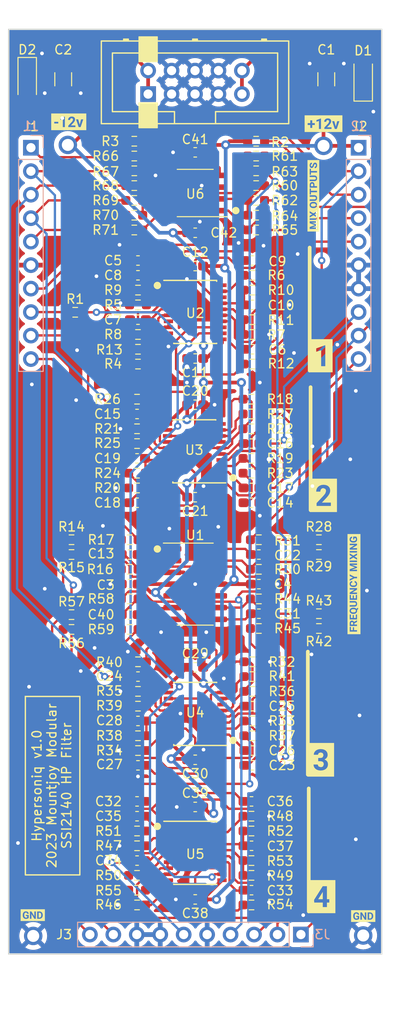
<source format=kicad_pcb>
(kicad_pcb (version 20221018) (generator pcbnew)
  (layers (0 "F.Cu" signal) (31 "B.Cu" signal) (34 "B.Paste" user) (35 "F.Paste" user) (36 "B.SilkS" user "B.Silkscreen") (37 "F.SilkS" user "F.Silkscreen") (38 "B.Mask" user) (39 "F.Mask" user) (44 "Edge.Cuts" user))
  (net 0 "")
  (net 1 "+12V")
  (net 2 "GND")
  (net 3 "-12V")
  (net 4 "Net-(U2-OUT1)")
  (net 5 "/1POLE_OUT1")
  (net 6 "/4POLE_OUT1")
  (net 7 "Net-(U2-OUT4)")
  (net 8 "Net-(U2-CAP1)")
  (net 9 "Net-(U2-CAP2)")
  (net 10 "Net-(U2-OUT2)")
  (net 11 "Net-(U2-CAP3)")
  (net 12 "Net-(U2-OUT3)")
  (net 13 "Net-(U2-CAP4)")
  (net 14 "Net-(U1A--)")
  (net 15 "/Filter_Voice1/FREQ_CONTROL")
  (net 16 "Net-(U3-OUT1)")
  (net 17 "/1POLE_OUT2")
  (net 18 "/4POLE_OUT2")
  (net 19 "Net-(U3-OUT4)")
  (net 20 "Net-(U3-CAP1)")
  (net 21 "Net-(U3-CAP2)")
  (net 22 "Net-(U3-OUT2)")
  (net 23 "Net-(U3-CAP3)")
  (net 24 "Net-(U3-OUT3)")
  (net 25 "Net-(U3-CAP4)")
  (net 26 "Net-(U1B--)")
  (net 27 "/Filter_Voice2/FREQ_CONTROL")
  (net 28 "Net-(U5-OUT1)")
  (net 29 "/1POLE_OUT3")
  (net 30 "/4POLE_OUT3")
  (net 31 "Net-(U5-OUT4)")
  (net 32 "Net-(U5-CAP1)")
  (net 33 "Net-(U5-CAP2)")
  (net 34 "Net-(U5-OUT2)")
  (net 35 "Net-(U5-CAP3)")
  (net 36 "Net-(U5-OUT3)")
  (net 37 "Net-(U5-CAP4)")
  (net 38 "Net-(U1C--)")
  (net 39 "/Filter_Voice3/FREQ_CONTROL")
  (net 40 "/1POLE_OUT4")
  (net 41 "/4POLE_OUT4")
  (net 42 "Net-(U1D--)")
  (net 43 "/Filter_Voice4/FREQ_CONTROL")
  (net 44 "/Q_CONTROL")
  (net 45 "/FREQ_POT_VH")
  (net 46 "/FREQ_POT_VL")
  (net 47 "/Filter_Voice1/Q_FEEDBACK")
  (net 48 "/AUDIO_IN1")
  (net 49 "/AUDIO_IN3")
  (net 50 "/AUDIO_IN2")
  (net 51 "/AUDIO_IN4")
  (net 52 "/FREQ_POT")
  (net 53 "/Q_POT")
  (net 54 "/AUDIO_MIX_4POLE")
  (net 55 "Net-(U2-IN2)")
  (net 56 "Net-(U2-IN3)")
  (net 57 "Net-(U2-IN4)")
  (net 58 "Net-(U2-Q_VCA_IN+)")
  (net 59 "Net-(U2-EXPO_CTRL)")
  (net 60 "/FREQ_JACK")
  (net 61 "/FREQ_CV1")
  (net 62 "/Filter_Voice2/Q_FEEDBACK")
  (net 63 "Net-(U3-IN2)")
  (net 64 "Net-(U3-IN3)")
  (net 65 "Net-(U3-IN4)")
  (net 66 "Net-(U3-Q_VCA_IN+)")
  (net 67 "Net-(U3-EXPO_CTRL)")
  (net 68 "/FREQ_CV2")
  (net 69 "/Filter_Voice3/Q_FEEDBACK")
  (net 70 "Net-(U5-IN2)")
  (net 71 "Net-(U5-IN3)")
  (net 72 "Net-(U5-IN4)")
  (net 73 "Net-(U5-Q_VCA_IN+)")
  (net 74 "Net-(U5-EXPO_CTRL)")
  (net 75 "/FREQ_CV3")
  (net 76 "/Filter_Voice4/Q_FEEDBACK")
  (net 77 "/+12V_IN")
  (net 78 "/-12V_IN")
  (net 79 "/FREQ_CV4")
  (net 80 "Net-(R64-Pad1)")
  (net 81 "Net-(R70-Pad1)")
  (net 82 "Net-(U4-OUT1)")
  (net 83 "Net-(U4-OUT4)")
  (net 84 "Net-(U4-CAP1)")
  (net 85 "Net-(U4-CAP2)")
  (net 86 "Net-(U4-OUT2)")
  (net 87 "Net-(U4-CAP3)")
  (net 88 "Net-(U4-OUT3)")
  (net 89 "Net-(U4-CAP4)")
  (net 90 "Net-(U4-IN2)")
  (net 91 "Net-(U4-IN3)")
  (net 92 "Net-(U4-IN4)")
  (net 93 "Net-(U4-Q_VCA_IN+)")
  (net 94 "Net-(U4-EXPO_CTRL)")
  (net 95 "Net-(U6A--)")
  (net 96 "Net-(U6B--)")
  (net 97 "/AUDIO_MIX_1POLE")
  (footprint "Capacitor_SMD:C_0603_1608Metric_Pad1.08x0.95mm_HandSolder" (layer "F.Cu") (at 70.2 85.6 180)
    (fp_text reference "C11")
    (fp_text value "100nF")
  )
  (footprint "Resistor_SMD:R_0603_1608Metric_Pad0.98x0.95mm_HandSolder" (layer "F.Cu") (at 57.2 80.6)
    (fp_text reference "R1")
    (fp_text value "39k")
  )
  (footprint "Resistor_SMD:R_0603_1608Metric_Pad0.98x0.95mm_HandSolder" (layer "F.Cu") (at 63.9 136.7 180)
    (fp_text reference "R51")
    (fp_text value "10k")
  )
  (footprint "Package_SO:SSOP-20_4.4x6.5mm_P0.65mm" (layer "F.Cu") (at 70.2 80.6)
    (fp_text reference "U2")
    (fp_text value "SSI2140")
  )
  (footprint "Diode_SMD:D_SOD-123" (layer "F.Cu") (at 88.4 55.4 90)
    (fp_text reference "D1")
    (fp_text value "1N5819")
  )
  (footprint "Package_SO:SSOP-20_4.4x6.5mm_P0.65mm" (layer "F.Cu") (at 70.1 95.6 180)
    (fp_text reference "U3")
    (fp_text value "SSI2140")
  )
  (footprint "Resistor_SMD:R_0603_1608Metric_Pad0.98x0.95mm_HandSolder" (layer "F.Cu") (at 64 126.4 180)
    (fp_text reference "R38")
    (fp_text value "10k")
  )
  (footprint "Resistor_SMD:R_0603_1608Metric_Pad0.98x0.95mm_HandSolder" (layer "F.Cu") (at 63.6 65.3 180)
    (fp_text reference "R67")
    (fp_text value "10k")
  )
  (footprint "Capacitor_SMD:C_0603_1608Metric_Pad1.08x0.95mm_HandSolder" (layer "F.Cu") (at 64 81.4)
    (fp_text reference "C7")
    (fp_text value "1nF")
  )
  (footprint "Resistor_SMD:R_0603_1608Metric_Pad0.98x0.95mm_HandSolder" (layer "F.Cu") (at 76.8 70.1 180)
    (fp_text reference "R64")
    (fp_text value "4.7k")
  )
  (footprint "Resistor_SMD:R_0603_1608Metric_Pad0.98x0.95mm_HandSolder" (layer "F.Cu") (at 76.8 66.9 180)
    (fp_text reference "R60")
    (fp_text value "10k")
  )
  (footprint "Custom_Footprints:Eurorack_10_pin_header" (layer "F.Cu") (at 65.1 57)
    (fp_text reference "J4" hide)
    (fp_text value "Eurorack_10_pin_power")
  )
  (footprint "kibuzzard-64BBF56E" (layer "F.Cu") (at 83.8 129)
    (fp_text reference "kibuzzard-64BBF56E" hide)
    (fp_text value "G***" hide)
  )
  (footprint "Capacitor_SMD:C_0603_1608Metric_Pad1.08x0.95mm_HandSolder" (layer "F.Cu") (at 76.4 84.6 180)
    (fp_text reference "C6")
    (fp_text value "2.2nF")
  )
  (footprint "kibuzzard-64BBF597" (layer "F.Cu") (at 83.8 85.3)
    (fp_text reference "kibuzzard-64BBF597" hide)
    (fp_text value "G***" hide)
  )
  (footprint "Capacitor_SMD:C_0603_1608Metric_Pad1.08x0.95mm_HandSolder" (layer "F.Cu") (at 77.1 110)
    (fp_text reference "C4")
    (fp_text value "100nF")
  )
  (footprint "Capacitor_SMD:C_0603_1608Metric_Pad1.08x0.95mm_HandSolder" (layer "F.Cu") (at 76.4 123.2 180)
    (fp_text reference "C25")
    (fp_text value "1nF")
  )
  (footprint "Capacitor_SMD:C_0603_1608Metric_Pad1.08x0.95mm_HandSolder" (layer "F.Cu") (at 63.9 139.9)
    (fp_text reference "C34")
    (fp_text value "1nF")
  )
  (footprint "Resistor_SMD:R_0603_1608Metric_Pad0.98x0.95mm_HandSolder" (layer "F.Cu") (at 64 121.6 180)
    (fp_text reference "R35")
    (fp_text value "200")
  )
  (footprint "Resistor_SMD:R_0603_1608Metric_Pad0.98x0.95mm_HandSolder" (layer "F.Cu") (at 76.4 86.2)
    (fp_text reference "R12")
    (fp_text value "1k")
  )
  (footprint "Resistor_SMD:R_0603_1608Metric_Pad0.98x0.95mm_HandSolder" (layer "F.Cu") (at 56.8 113.3 180)
    (fp_text reference "R57")
    (fp_text value "100k")
  )
  (footprint "Resistor_SMD:R_0603_1608Metric_Pad0.98x0.95mm_HandSolder" (layer "F.Cu") (at 76.4 76.6)
    (fp_text reference "R6")
    (fp_text value "200")
  )
  (footprint "Capacitor_SMD:C_0603_1608Metric_Pad1.08x0.95mm_HandSolder" (layer "F.Cu") (at 76.3 99.6 180)
    (fp_text reference "C17")
    (fp_text value "1nF")
  )
  (footprint "Capacitor_SMD:C_0603_1608Metric_Pad1.08x0.95mm_HandSolder" (layer "F.Cu") (at 63.9 96.4 180)
    (fp_text reference "C19")
    (fp_text value "1nF")
  )
  (footprint "Capacitor_SMD:C_0603_1608Metric_Pad1.08x0.95mm_HandSolder" (layer "F.Cu") (at 64 76.6)
    (fp_text reference "C8")
    (fp_text value "1nF")
  )
  (footprint "Resistor_SMD:R_0603_1608Metric_Pad0.98x0.95mm_HandSolder" (layer "F.Cu") (at 76.8 62.1)
    (fp_text reference "R2")
    (fp_text value "8.2k")
  )
  (footprint "Resistor_SMD:R_0603_1608Metric_Pad0.98x0.95mm_HandSolder" (layer "F.Cu") (at 77.1 105.2)
    (fp_text reference "R31")
    (fp_text value "150k")
  )
  (footprint "Resistor_SMD:R_0603_1608Metric_Pad0.98x0.95mm_HandSolder" (layer "F.Cu") (at 76.8 63.7)
    (fp_text reference "R61")
    (fp_text value "10k")
  )
  (footprint "Resistor_SMD:R_0603_1608Metric_Pad0.98x0.95mm_HandSolder" (layer "F.Cu") (at 64 79.8 180)
    (fp_text reference "R5")
    (fp_text value "200")
  )
  (footprint "Resistor_SMD:R_0603_1608Metric_Pad0.98x0.95mm_HandSolder" (layer "F.Cu") (at 64 118.4 180)
    (fp_text reference "R40")
    (fp_text value "1k")
  )
  (footprint "Capacitor_SMD:C_0603_1608Metric_Pad1.08x0.95mm_HandSolder" (layer "F.Cu") (at 70.2 134.1 180)
    (fp_text reference "C39")
    (fp_text value "100nF")
  )
  (footprint "Capacitor_SMD:C_0603_1608Metric_Pad1.08x0.95mm_HandSolder" (layer "F.Cu") (at 70.2 119)
    (fp_text reference "C29")
    (fp_text value "100nF")
  )
  (footprint "Resistor_SMD:R_0603_1608Metric_Pad0.98x0.95mm_HandSolder" (layer "F.Cu") (at 63.9 138.3 180)
    (fp_text reference "R47")
    (fp_text value "200")
  )
  (footprint "Resistor_SMD:R_0603_1608Metric_Pad0.98x0.95mm_HandSolder" (layer "F.Cu") (at 83.6 114.8)
    (fp_text reference "R42")
    (fp_text value "100k")
  )
  (footprint "Capacitor_SMD:C_0603_1608Metric_Pad1.08x0.95mm_HandSolder" (layer "F.Cu") (at 64 120)
    (fp_text reference "C24")
    (fp_text value "2.2nF")
  )
  (footprint "Capacitor_SMD:C_0603_1608Metric_Pad1.08x0.95mm_HandSolder" (layer "F.Cu") (at 76.3 138.3)
    (fp_text reference "C37")
    (fp_text value "1nF")
  )
  (footprint "Capacitor_SMD:C_0603_1608Metric_Pad1.08x0.95mm_HandSolder" (layer "F.Cu") (at 64 129.6 180)
    (fp_text reference "C27")
    (fp_text value "1nF")
  )
  (footprint "Resistor_SMD:R_0603_1608Metric_Pad0.98x0.95mm_HandSolder" (layer "F.Cu") (at 83.6 105.2)
    (fp_text reference "R28")
    (fp_text value "100k")
  )
  (footprint "Capacitor_SMD:C_0603_1608Metric_Pad1.08x0.95mm_HandSolder" (layer "F.Cu") (at 63.9 91.6)
    (fp_text reference "C15")
    (fp_text value "2.2nF")
  )
  (footprint "Resistor_SMD:R_0603_1608Metric_Pad0.98x0.95mm_HandSolder" (layer "F.Cu") (at 77.1 111.6)
    (fp_text reference "R44")
    (fp_text value "100k")
  )
  (footprint "Resistor_SMD:R_0603_1608Metric_Pad0.98x0.95mm_HandSolder" (layer "F.Cu") (at 63.9 99.6 180)
    (fp_text reference "R20")
    (fp_text value "200")
  )
  (footprint "kibuzzard-640237DF" (layer "F.Cu") (at 52.6 145.8)
    (fp_text reference "kibuzzard-640237DF" hide)
    (fp_text value "G***" hide)
  )
  (footprint "Resistor_SMD:R_0603_1608Metric_Pad0.98x0.95mm_HandSolder" (layer "F.Cu") (at 63.9 94.8)
    (fp_text reference "R25")
    (fp_text value "10k")
  )
  (footprint "Capacitor_SMD:C_0603_1608Metric_Pad1.08x0.95mm_HandSolder" (layer "F.Cu") (at 77.1 113.2 180)
    (fp_text reference "C31")
    (fp_text value "10nF")
  )
  (footprint "Resistor_SMD:R_0603_1608Metric_Pad0.98x0.95mm_HandSolder" (layer "F.Cu") (at 64 78.2 180)
    (fp_text reference "R9")
    (fp_text value "10k")
  )
  (footprint "Capacitor_SMD:C_1206_3216Metric_Pad1.33x1.80mm_HandSolder" (layer "F.Cu") (at 55.9 55.4 90)
    (fp_text reference "C2")
    (fp_text value "22uF")
  )
  (footprint "Capacitor_SMD:C_0603_1608Metric_Pad1.08x0.95mm_HandSolder" (layer "F.Cu") (at 76.3 94.8 180)
    (fp_text reference "C16")
    (fp_text value "1nF")
  )
  (footprint "Resistor_SMD:R_0603_1608Metric_Pad0.98x0.95mm_HandSolder" (layer "F.Cu") (at 64 84.6 180)
    (fp_text reference "R13")
    (fp_text value "56k")
  )
  (footprint "Resistor_SMD:R_0603_1608Metric_Pad0.98x0.95mm_HandSolder" (layer "F.Cu") (at 76.3 135.1)
    (fp_text reference "R48")
    (fp_text value "200")
  )
  (footprint "Resistor_SMD:R_0603_1608Metric_Pad0.98x0.95mm_HandSolder" (layer "F.Cu") (at 63.1 108.4 180)
    (fp_text reference "R16")
    (fp_text value "100k")
  )
  (footprint "Custom_Footprints:1.3mm_Test_Point" (layer "F.Cu") (at 56.4 62.5)
    (fp_text reference "TP2" hide)
    (fp_text value "TestPoint")
  )
  (footprint "Resistor_SMD:R_0603_1608Metric_Pad0.98x0.95mm_HandSolder" (layer "F.Cu") (at 76.3 136.7)
    (fp_text reference "R52")
    (fp_text value "10k")
  )
  (footprint "Resistor_SMD:R_0603_1608Metric_Pad0.98x0.95mm_HandSolder" (layer "F.Cu") (at 63.9 93.2 180)
    (fp_text reference "R21")
    (fp_text value "200")
  )
  (footprint "Package_SO:SOIC-14_3.9x8.7mm_P1.27mm" (layer "F.Cu") (at 70.2 110)
    (fp_text reference "U1")
    (fp_text value "TL074")
  )
  (footprint "Resistor_SMD:R_0603_1608Metric_Pad0.98x0.95mm_HandSolder" (layer "F.Cu") (at 64 128 180)
    (fp_text reference "R34")
    (fp_text value "200")
  )
  (footprint "Diode_SMD:D_SOD-123" (layer "F.Cu") (at 52 55.4 -90)
    (fp_text reference "D2")
    (fp_text value "1N5819")
  )
  (footprint "kibuzzard-64BBF574" (layer "F.Cu") (at 84.1 100.4)
    (fp_text reference "kibuzzard-64BBF574" hide)
    (fp_text value "G***" hide)
  )
  (footprint "Resistor_SMD:R_0603_1608Metric_Pad0.98x0.95mm_HandSolder" (layer "F.Cu") (at 76.4 81.4 180)
    (fp_text reference "R11")
    (fp_text value "10k")
  )
  (footprint "Resistor_SMD:R_0603_1608Metric_Pad0.98x0.95mm_HandSolder" (layer "F.Cu") (at 56.8 106.8 180)
    (fp_text reference "R15")
    (fp_text value "100k")
  )
  (footprint "Resistor_SMD:R_0603_1608Metric_Pad0.98x0.95mm_HandSolder" (layer "F.Cu") (at 63.9 98 180)
    (fp_text reference "R24")
    (fp_text value "10k")
  )
  (footprint "Resistor_SMD:R_0603_1608Metric_Pad0.98x0.95mm_HandSolder" (layer "F.Cu") (at 76.3 139.9 180)
    (fp_text reference "R53")
    (fp_text value "10k")
  )
  (footprint "Capacitor_SMD:C_0603_1608Metric_Pad1.08x0.95mm_HandSolder" (layer "F.Cu") (at 76.3 101.2)
    (fp_text reference "C14")
    (fp_text value "2.2nF")
  )
  (footprint "Capacitor_SMD:C_0603_1608Metric_Pad1.08x0.95mm_HandSolder" (layer "F.Cu") (at 70.2 90.6)
    (fp_text reference "C20")
    (fp_text value "100nF")
  )
  (footprint "Capacitor_SMD:C_0603_1608Metric_Pad1.08x0.95mm_HandSolder" (layer "F.Cu") (at 70.2 72)
    (fp_text reference "C42")
    (fp_text value "100nF")
  )
  (footprint "Resistor_SMD:R_0603_1608Metric_Pad0.98x0.95mm_HandSolder" (layer "F.Cu") (at 63.1 114.9 180)
    (fp_text reference "R59")
    (fp_text value "150k")
  )
  (footprint "Resistor_SMD:R_0603_1608Metric_Pad0.98x0.95mm_HandSolder" (layer "F.Cu") (at 76.4 121.6 180)
    (fp_text reference "R36")
    (fp_text value "10k")
  )
  (footprint "Capacitor_SMD:C_0603_1608Metric_Pad1.08x0.95mm_HandSolder" (layer "F.Cu") (at 63.9 133.5 180)
    (fp_text reference "C32")
    (fp_text value "2.2nF")
  )
  (footprint "Resistor_SMD:R_0603_1608Metric_Pad0.98x0.95mm_HandSolder" (layer "F.Cu") (at 63.9 144.7 180)
    (fp_text reference "R46")
    (fp_text value "200")
  )
  (footprint "Capacitor_SMD:C_0603_1608Metric_Pad1.08x0.95mm_HandSolder" (layer "F.Cu") (at 70.2 129)
    (fp_text reference "C30")
    (fp_text value "100nF")
  )
  (footprint "Resistor_SMD:R_0603_1608Metric_Pad0.98x0.95mm_HandSolder" (layer "F.Cu") (at 63.9 141.5)
    (fp_text reference "R50")
    (fp_text value "10k")
  )
  (footprint "Capacitor_SMD:C_0603_1608Metric_Pad1.08x0.95mm_HandSolder" (layer "F.Cu") (at 70.2 144.1 180)
    (fp_text reference "C38")
    (fp_text value "100nF")
  )
  (footprint "Capacitor_SMD:C_0603_1608Metric_Pad1.08x0.95mm_HandSolder" (layer "F.Cu") (at 76.3 133.5)
    (fp_text reference "C36")
    (fp_text value "1nF")
  )
  (footprint "Resistor_SMD:R_0603_1608Metric_Pad0.98x0.95mm_HandSolder" (layer "F.Cu") (at 63.6 66.9 180)
    (fp_text reference "R68")
    (fp_text value "10k")
  )
  (footprint "Resistor_SMD:R_0603_1608Metric_Pad0.98x0.95mm_HandSolder" (layer "F.Cu") (at 76.4 78.2)
    (fp_text reference "R10")
    (fp_text value "10k")
  )
  (footprint "Resistor_SMD:R_0603_1608Metric_Pad0.98x0.95mm_HandSolder" (layer "F.Cu") (at 63.6 63.7 180)
    (fp_text reference "R66")
    (fp_text value "10k")
  )
  (footprint "Resistor_SMD:R_0603_1608Metric_Pad0.98x0.95mm_HandSolder" (layer "F.Cu") (at 76.3 144.7)
    (fp_text reference "R54")
    (fp_text value "1k")
  )
  (footprint "Capacitor_SMD:C_0603_1608Metric_Pad1.08x0.95mm_HandSolder" (layer "F.Cu") (at 63.1 110 180)
    (fp_text reference "C3")
    (fp_text value "100nF")
  )
  (footprint "Resistor_SMD:R_0603_1608Metric_Pad0.98x0.95mm_HandSolder" (layer "F.Cu") (at 76.4 118.4)
    (fp_text reference "R32")
    (fp_text value "200")
  )
  (footprint "Capacitor_SMD:C_0603_1608Metric_Pad1.08x0.95mm_HandSolder" (layer "F.Cu") (at 76.4 129.6)
    (fp_text reference "C23")
    (fp_text value "2.2nF")
  )
  (footprint "Resistor_SMD:R_0603_1608Metric_Pad0.98x0.95mm_HandSolder" (layer "F.Cu") (at 76.3 93.2 180)
    (fp_text reference "R22")
    (fp_text value "10k")
  )
  (footprint "Resistor_SMD:R_0603_1608Metric_Pad0.98x0.95mm_HandSolder" (layer "F.Cu") (at 76.3 98)
    (fp_text reference "R23")
    (fp_text value "10k")
  )
  (footprint "Resistor_SMD:R_0603_1608Metric_Pad0.98x0.95mm_HandSolder" (layer "F.Cu") (at 76.4 120)
    (fp_text reference "R41")
    (fp_text value "56k")
  )
  (footprint "Custom_Footprints:1.3mm_Test_Point" (layer "F.Cu") (at 52.65 148.05)
    (fp_text reference "TP4" hide)
    (fp_text value "TestPoint")
  )
  (footprint "Resistor_SMD:R_0603_1608Metric_Pad0.98x0.95mm_HandSolder" (layer "F.Cu") (at 63.1 111.6 180)
    (fp_text reference "R58")
    (fp_text value "100k")
  )
  (footprint "kibuzzard-64BBF567" (layer "F.Cu") (at 83.9 143.8)
    (fp_text reference "kibuzzard-64BBF567" hide)
    (fp_text value "G***" hide)
  )
  (footprint "Resistor_SMD:R_0603_1608Metric_Pad0.98x0.95mm_HandSolder" (layer "F.Cu") (at 63.6 62.1)
    (fp_text reference "R3")
    (fp_text value "3.9k")
  )
  (footprint "Resistor_SMD:R_0603_1608Metric_Pad0.98x0.95mm_HandSolder" (layer "F.Cu") (at 76.4 126.4)
    (fp_text reference "R37")
    (fp_text value "10k")
  )
  (footprint "Capacitor_SMD:C_0603_1608Metric_Pad1.08x0.95mm_HandSolder" (layer "F.Cu") (at 64 124.8 180)
    (fp_text reference "C28")
    (fp_text value "1nF")
  )
  (footprint "Resistor_SMD:R_0603_1608Metric_Pad0.98x0.95mm_HandSolder" (layer "F.Cu") (at 63.1 105.2 180)
    (fp_text reference "R17")
    (fp_text value "150k")
  )
  (footprint "Resistor_SMD:R_0603_1608Metric_Pad0.98x0.95mm_HandSolder" (layer "F.Cu") (at 76.3 91.6)
    (fp_text reference "R27")
    (fp_text value "56k")
  )
  (footprint "Capacitor_SMD:C_0603_1608Metric_Pad1.08x0.95mm_HandSolder" (layer "F.Cu") (at 63.9 101.2 180)
    (fp_text reference "C18")
    (fp_text value "1nF")
  )
  (footprint "Resistor_SMD:R_0603_1608Metric_Pad0.98x0.95mm_HandSolder" (layer "F.Cu") (at 64 123.2)
    (fp_text reference "R39")
    (fp_text value "10k")
  )
  (footprint "Capacitor_SMD:C_0603_1608Metric_Pad1.08x0.95mm_HandSolder" (layer "F.Cu") (at 70.2 100.6)
    (fp_text reference "C21")
    (fp_text value "100nF")
  )
  (footprint "Resistor_SMD:R_0603_1608Metric_Pad0.98x0.95mm_HandSolder" (layer "F.Cu") (at 83.6 106.8)
    (fp_text reference "R29")
    (fp_text value "100k")
  )
  (footprint "Capacitor_SMD:C_0603_1608Metric_Pad1.08x0.95mm_HandSolder" (layer "F.Cu") (at 76.4 75)
    (fp_text reference "C9")
    (fp_text value "1nF")
  )
  (footprint "Resistor_SMD:R_0603_1608Metric_Pad0.98x0.95mm_HandSolder" (layer "F.Cu") (at 64 86.2 180)
    (fp_text reference "R4")
    (fp_text value "200")
  )
  (footprint "Resistor_SMD:R_0603_1608Metric_Pad0.98x0.95mm_HandSolder" (layer "F.Cu") (at 63.9 143.1 180)
    (fp_text reference "R55")
    (fp_text value "56k")
  )
  (footprint "Capacitor_SMD:C_0603_1608Metric_Pad1.08x0.95mm_HandSolder" (layer "F.Cu") (at 70.2 75.6 180)
    (fp_text reference "C12")
    (fp_text value "100nF")
  )
  (footprint "Resistor_SMD:R_0603_1608Metric_Pad0.98x0.95mm_HandSolder" (layer "F.Cu") (at 56.8 114.9 180)
    (fp_text reference "R56")
    (fp_text value "100k")
  )
  (footprint "Resistor_SMD:R_0603_1608Metric_Pad0.98x0.95mm_HandSolder" (layer "F.Cu") (at 63.6 71.7 180)
    (fp_text reference "R71")
    (fp_text value "1k")
  )
  (footprint "Capacitor_SMD:C_0603_1608Metric_Pad1.08x0.95mm_HandSolder" (layer "F.Cu") (at 64 75 180)
    (fp_text reference "C5")
    (fp_text value "2.2nF")
  )
  (footprint "Resistor_SMD:R_0603_1608Metric_Pad0.98x0.95mm_HandSolder" (layer "F.Cu") (at 63.6 68.5 180)
    (fp_text reference "R69")
    (fp_text value "10k")
  )
  (footprint "Resistor_SMD:R_0603_1608Metric_Pad0.98x0.95mm_HandSolder" (layer "F.Cu") (at 56.8 105.2 180)
    (fp_text reference "R14")
    (fp_text value "100k")
  )
  (footprint "kibuzzard-64BE60E0" (layer "F.Cu") (at 84.1 60.2)
    (fp_text reference "kibuzzard-64BE60E0" hide)
    (fp_text value "G***" hide)
  )
  (footprint "Resistor_SMD:R_0603_1608Metric_Pad0.98x0.95mm_HandSolder" (layer "F.Cu") (at 76.3 96.4)
    (fp_text reference "R19")
    (fp_text value "200")
  )
  (footprint "Capacitor_SMD:C_0603_1608Metric_Pad1.08x0.95mm_HandSolder" (layer "F.Cu") (at 70.2 63.3 180)
    (fp_text reference "C41")
    (fp_text value "100nF")
  )
  (footprint "Resistor_SMD:R_0603_1608Metric_Pad0.98x0.95mm_HandSolder" (layer "F.Cu") (at 63.9 90 180)
    (fp_text reference "R26")
    (fp_text value "1k")
  )
  (footprint "kibuzzard-64BBF60A" (layer "F.Cu") (at 87.4 110 90)
    (fp_text reference "kibuzzard-64BBF60A" hide)
    (fp_text value "G***" hide)
  )
  (footprint "Resistor_SMD:R_0603_1608Metric_Pad0.98x0.95mm_HandSolder" (layer "F.Cu") (at 76.4 124.8)
    (fp_text reference "R33")
    (fp_text value "200")
  )
  (footprint "Resistor_SMD:R_0603_1608Metric_Pad0.98x0.95mm_HandSolder" (layer "F.Cu") (at 77.1 108.4)
    (fp_text reference "R30")
    (fp_text value "100k")
  )
  (footprint "Resistor_SMD:R_0603_1608Metric_Pad0.98x0.95mm_HandSolder" (layer "F.Cu") (at 63.6 70.1)
    (fp_text reference "R70")
    (fp_text value "4.7k")
  )
  (footprint "Capacitor_SMD:C_0603_1608Metric_Pad1.08x0.95mm_HandSolder" (layer "F.Cu") (at 63.1 113.3)
    (fp_text reference "C40")
    (fp_text value "10nF")
  )
  (footprint "Resistor_SMD:R_0603_1608Metric_Pad0.98x0.95mm_HandSolder" (layer "F.Cu") (at 76.4 83)
    (fp_text reference "R7")
    (fp_text value "200")
  )
  (footprint "Custom_Footprints:1.3mm_Test_Point" (layer "F.Cu") (at 84.1 62.6)
    (fp_text reference "TP1" hide)
    (fp_text value "TestPoint")
  )
  (footprint "Package_SO:SO-8_3.9x4.9mm_P1.27mm" (layer "F.Cu") (at 70.2 67.7 180)
    (fp_text reference "U6")
    (fp_text value "TL072")
  )
  (footprint "Resistor_SMD:R_0603_1608Metric_Pad0.98x0.95mm_HandSolder" (layer "F.Cu") (at 77.1 114.8)
    (fp_text reference "R45")
    (fp_text value "150k")
  )
  (footprint "Capacitor_SMD:C_0603_1608Metric_Pad1.08x0.95mm_HandSolder" (layer "F.Cu") (at 77.1 106.8 180)
    (fp_text reference "C22")
    (fp_text value "10nF")
  )
  (footprint "Resistor_SMD:R_0603_1608Metric_Pad0.98x0.95mm_HandSolder" (layer "F.Cu") (at 76.8 68.5)
    (fp_text reference "R62")
    (fp_text value "10k")
  )
  (footprint "Capacitor_SMD:C_0603_1608Metric_Pad1.08x0.95mm_HandSolder" (layer "F.Cu") (at 63.9 135.1)
    (fp_text reference "C35")
    (fp_text value "1nF")
  )
  (footprint "Capacitor_SMD:C_0603_1608Metric_Pad1.08x0.95mm_HandSolder" (layer "F.Cu") (at 76.4 128 180)
    (fp_text reference "C26")
    (fp_text value "1nF")
  )
  (footprint "Resistor_SMD:R_0603_1608Metric_Pad0.98x0.95mm_HandSolder" (layer "F.Cu") (at 76.8 65.3)
    (fp_text reference "R63")
    (fp_text value "10k")
  )
  (footprint "Resistor_SMD:R_0603_1608Metric_Pad0.98x0.95mm_HandSolder" (layer "F.Cu") (at 76.3 141.5)
    (fp_text reference "R49")
    (fp_text value "200")
  )
  (footprint "Resistor_SMD:R_0603_1608Metric_Pad0.98x0.95mm_HandSolder" (layer "F.Cu") (at 64 83)
    (fp_text reference "R8")
    (fp_text value "10k")
  )
  (footprint "Capacitor_SMD:C_0603_1608Metric_Pad1.08x0.95mm_HandSolder" (layer "F.Cu") (at 76.4 79.8)
    (fp_text reference "C10")
    (fp_text value "1nF")
  )
  (footprint "kibuzzard-64BBF5E4" (layer "F.Cu") (at 83 68 90)
    (fp_text reference "kibuzzard-64BBF5E4" hide)
    (fp_text value "G***" hide)
  )
  (footprint "Capacitor_SMD:C_1206_3216Metric_Pad1.33x1.80mm_HandSolder" (layer "F.Cu") (at 84.4 55.4 90)
    (fp_text reference "C1")
    (fp_text value "22uF")
  )
  (footprint "Package_SO:SSOP-20_4.4x6.5mm_P0.65mm" (layer "F.Cu") (at 70.2 124 180)
    (fp_text reference "U4")
    (fp_text value "SSI2140")
  )
  (footprint "kibuzzard-640237DF" (layer "F.Cu") (at 88.4 145.9)
    (fp_text reference "kibuzzard-640237DF" hide)
    (fp_text value "G***" hide)
  )
  (footprint "Capacitor_SMD:C_0603_1608Metric_Pad1.08x0.95mm_HandSolder" (layer "F.Cu") (at 76.3 143.1 180)
    (fp_text reference "C33")
    (fp_text value "2.2nF")
  )
  (footprint "Capacitor_SMD:C_0603_1608Metric_Pad1.08x0.95mm_HandSolder" (layer "F.Cu") (at 63.1 106.8)
    (fp_text reference "C13")
    (fp_text value "10nF")
  )
  (footprint "kibuzzard-64BBE4CA" (layer "F.Cu") (at 56.5 60)
    (fp_text reference "kibuzzard-64BBE4CA" hide)
    (fp_text value "G***" hide)
  )
  (footprint "Resistor_SMD:R_0603_1608Metric_Pad0.98x0.95mm_HandSolder" (layer "F.Cu") (at 76.8 71.7)
    (fp_text reference "R65")
    (fp_text value "1k")
  )
  (footprint "Resistor_SMD:R_0603_1608Metric_Pad0.98x0.95mm_HandSolder" (layer "F.Cu") (at 83.6 113.2)
    (fp_text reference "R43")
    (fp_text value "100k")
  )
  (footprint "Resistor_SMD:R_0603_1608Metric_Pad0.98x0.95mm_HandSolder" (layer "F.Cu") (at 76.3 90)
    (fp_text reference "R18")
    (fp_text value "200")
  )
  (footprint "Package_SO:SSOP-20_4.4x6.5mm_P0.65mm" (layer "F.Cu") (at 70.2 139.1)
    (fp_text reference "U5")
    (fp_text value "SSI2140")
  )
  (footprint "Custom_Footprints:1.3mm_Test_Point" (layer "F.Cu") (at 88.4 148)
    (fp_text reference "TP3" hide)
    (fp_text value "TestPoint")
  )
  (footprint "Connector_PinHeader_2.54mm:PinHeader_1x10_P2.54mm_Vertical" (layer "B.Cu") (at 81.65 147.9 90)
    (fp_text reference "J3")
    (fp_text value "Conn_01x10_Pin" hide)
  )
  (footprint "Connector_PinHeader_2.54mm:PinHeader_1x10_P2.54mm_Vertical" (layer "B.Cu") (at 52.4 62.8 180)
    (fp_text reference "J1")
    (fp_text value "Conn_01x10_Pin" hide)
  )
  (footprint "Connector_PinHeader_2.54mm:PinHeader_1x10_P2.54mm_Vertical" (layer "B.Cu") (at 87.9 62.8 180)
    (fp_text reference "J2")
    (fp_text value "Conn_01x10_Pin" hide)
  )
  (gr_circle (center 74.6 69.6) (end 74.8 69.6) (stroke (width 0.4)) (fill none) (layer "F.SilkS"))
  (gr_line (start 82.6 86.9) (end 82.6 73.6) (stroke (width 0.4)) (layer "F.SilkS"))
  (gr_line (start 82.5 145.4) (end 82.5 132.1) (stroke (width 0.4)) (layer "F.SilkS"))
  (gr_circle (center 66.1 77.7) (end 66.3 77.7) (stroke (width 0.4)) (fill none) (layer "F.SilkS"))
  (gr_circle (center 66.1 106.2) (end 66.3 106.2) (stroke (width 0.4)) (fill none) (layer "F.SilkS"))
  (gr_rect (start 51.8 122.15) (end 57.7 141.45) (stroke (width 0.15)) (fill none) (layer "F.SilkS"))
  (gr_circle (center 74.3 126.9) (end 74.5 126.9) (stroke (width 0.4)) (fill none) (layer "F.SilkS"))
  (gr_circle (center 74.3 98.5) (end 74.5 98.5) (stroke (width 0.4)) (fill none) (layer "F.SilkS"))
  (gr_circle (center 66.1 136.2) (end 66.3 136.2) (stroke (width 0.4)) (fill none) (layer "F.SilkS"))
  (gr_line (start 82.4 130.6) (end 82.4 117.3) (stroke (width 0.4)) (layer "F.SilkS"))
  (gr_line (start 82.7 102) (end 82.7 88.7) (stroke (width 0.4)) (layer "F.SilkS"))
  (gr_line locked (start 90.4 50) (end 90.4 150) (stroke (width 0.15)) (layer "Edge.Cuts"))
  (gr_line locked (start 50 50) (end 90.4 50) (stroke (width 0.15)) (layer "Edge.Cuts"))
  (gr_line locked (start 50 50) (end 50 150) (stroke (width 0.15)) (layer "Edge.Cuts"))
  (gr_line locked (start 50 150) (end 90.4 150) (stroke (width 0.15)) (layer "Edge.Cuts"))
  (gr_text "J3" (at 56 147.9) (layer "F.SilkS") (effects (font (size 1 1))))
  (gr_text "J1" (at 52.4 60.5) (layer "F.SilkS") (effects (font (size 1 1))))
  (gr_text "J2" (at 88 60.5) (layer "F.SilkS") (effects (font (size 1 1))))
  (gr_text "Hypersoniq v1.0\n2023 Mountjoy Modular\nSSI2140 HP Filter" (at 56.85 131.8 90) (layer "F.SilkS") (effects (font (size 1 1)) (justify bottom)))
  (segment (start 73.1 136.175) (end 71.375 136.175) (width 0.4) (layer "F.Cu") (net 1))
  (segment (start 71.375 136.175) (end 71 135.8) (width 0.4) (layer "F.Cu") (net 1))
  (segment (start 69.3 100.5625) (end 69.3375 100.6) (width 0.4) (layer "F.Cu") (net 1))
  (segment (start 70.975 75.55) (end 73.1 77.675) (width 0.4) (layer "F.Cu") (net 1))
  (segment (start 84.55 57.05) (end 84.1 57.5) (width 0.4) (layer "F.Cu") (net 1))
  (segment (start 73.9 62.1) (end 73.5 62.5) (width 0.4) (layer "F.Cu") (net 1))
  (segment (start 69.425 129.05) (end 67.3 126.925) (width 0.4) (layer "F.Cu") (net 1))
  (segment (start 65.9 110.9) (end 65.4 110.9) (width 0.4) (layer "F.Cu") (net 1))
  (segment (start 69.3375 128.9) (end 69.4375 129) (width 0.4) (layer "F.Cu") (net 1))
  (segment (start 84.1 57.5) (end 84.1 62.6) (width 0.4) (layer "F.Cu") (net 1))
  (segment (start 65.4 110.9) (end 64.5 110) (width 0.4) (layer "F.Cu") (net 1))
  (segment (start 88.4 57.05) (end 84.55 57.05) (width 0.4) (layer "F.Cu") (net 1))
  (segment (start 73.2 75.6) (end 73.4 75.8) (width 0.4) (layer "F.Cu") (net 1))
  (segment (start 64.5 110) (end 63.9625 110) (width 0.4) (layer "F.Cu") (net 1))
  (segment (start 71 134.175) (end 71 135.8) (width 0.4) (layer "F.Cu") (net 1))
  (segment (start 71.8625 62.5) (end 71.0625 63.3) (width 0.4) (layer "F.Cu") (net 1))
  (segment (start 72.775 65.0125) (end 71.0625 63.3) (width 0.4) (layer "F.Cu") (net 1))
  (segment (start 84.1 62.6) (end 87.7 62.6) (width 0.4) (layer "F.Cu") (net 1))
  (segment (start 75.8875 62.1) (end 73.9 62.1) (width 0.4) (layer "F.Cu") (net 1))
  (segment (start 67.6 128.9) (end 69.3375 128.9) (width 0.4) (layer "F.Cu") (net 1))
  (segment (start 71.0625 134.1) (end 71.7625 134.8) (width 0.4) (layer "F.Cu") (net 1))
  (segment (start 63.9625 110) (end 67.725 110) (width 0.4) (layer "F.Cu") (net 1))
  (segment (start 69.325 100.65) (end 67.2 98.525) (width 0.4) (layer "F.Cu") (net 1))
  (segment (start 69.4375 129.05) (end 69.425 129.05) (width 0.4) (layer "F.Cu") (net 1))
  (segment (start 69.3375 100.65) (end 69.325 100.65) (width 0.4) (layer "F.Cu") (net 1))
  (segment (start 87.7 62.6) (end 87.9 62.8) (width 0.4) (layer "F.Cu") (net 1))
  (segment (start 71.7625 134.8) (end 72.2 134.8) (width 0.4) (layer "F.Cu") (net 1))
  (segment (start 73.5 62.5) (end 71.8625 62.5) (width 0.4) (layer "F.Cu") (net 1))
  (segment (start 70.9625 75.55) (end 70.975 75.55) (width 0.4) (layer "F.Cu") (net 1))
  (segment (start 70.9625 75.6) (end 73.2 75.6) (width 0.4) (layer "F.Cu") (net 1))
  (segment (start 72.775 65.795) (end 72.775 65.0125) (width 0.4) (layer "F.Cu") (net 1))
  (segment (start 69.3 99.1) (end 69.3 100.5625) (width 0.4) (layer "F.Cu") (net 1))
  (via (at 67.6 128.9) (size 1) (drill 0.5) (layers "F.Cu" "B.Cu") (net 1))
  (via (at 72.2 134.8) (size 1) (drill 0.5) (layers "F.Cu" "B.Cu") (net 1))
  (via (at 73.4 75.8) (size 1) (drill 0.5) (layers "F.Cu" "B.Cu") (net 1))
  (via (at 73.5 62.5) (size 1) (drill 0.5) (layers "F.Cu" "B.Cu") (net 1))
  (via (at 69.3 99.1) (size 1) (drill 0.5) (layers "F.Cu" "B.Cu") (net 1))
  (via (at 65.9 110.9) (size 1) (drill 0.5) (layers "F.Cu" "B.Cu") (net 1))
  (segment (start 73.5 62.5) (end 73.5 75.7) (width 0.4) (layer "B.Cu") (net 1))
  (segment (start 67.6 128.9) (end 72.2 133.5) (width 0.4) (layer "B.Cu") (net 1))
  (segment (start 73.5 75.7) (end 73.4 75.8) (width 0.4) (layer "B.Cu") (net 1))
  (segment (start 65.9 110.9) (end 69.7 114.7) (width 0.4) (layer "B.Cu") (net 1))
  (segment (start 69.3 99.1) (end 73.9 94.5) (width 0.4) (layer "B.Cu") (net 1))
  (segment (start 69.7 126.8) (end 67.6 128.9) (width 0.4) (layer "B.Cu") (net 1))
  (segment (start 69.3 99.1) (end 69.3 107.5) (width 0.4) (layer "B.Cu") (net 1))
  (segment (start 69.7 114.7) (end 69.7 126.8) (width 0.4) (layer "B.Cu") (net 1))
  (segment (start 69.3 107.5) (end 65.9 110.9) (width 0.4) (layer "B.Cu") (net 1))
  (segment (start 73.6 62.6) (end 73.5 62.5) (width 0.4) (layer "B.Cu") (net 1))
  (segment (start 72.2 133.5) (end 72.2 134.8) (width 0.4) (layer "B.Cu") (net 1))
  (segment (start 73.9 94.5) (end 73.9 76.3) (width 0.4) (layer "B.Cu") (net 1))
  (segment (start 84.1 62.6) (end 73.6 62.6) (width 0.4) (layer "B.Cu") (net 1))
  (segment (start 73.9 76.3) (end 73.4 75.8) (width 0.4) (layer "B.Cu") (net 1))
  (segment (start 73.3 120.875) (end 73.3 120.2) (width 0.4) (layer "F.Cu") (net 2))
  (segment (start 67.725 111.27) (end 68.93 111.27) (width 0.4) (layer "F.Cu") (net 2))
  (segment (start 77.3125 83) (end 78.2 83) (width 0.4) (layer "F.Cu") (net 2))
  (segment (start 62.3 79.8) (end 62.1 79.6) (width 0.4) (layer "F.Cu") (net 2))
  (segment (start 71.0625 119) (end 71.0625 117.7375) (width 0.4) (layer "F.Cu") (net 2))
  (segment (start 73.1 121.075) (end 73.3 120.875) (width 0.4) (layer "F.Cu") (net 2))
  (segment (start 71.47 111.27) (end 70.2 110) (width 0.4) (layer "F.Cu") (net 2))
  (segment (start 78.1 96.4) (end 78.2 96.5) (width 0.4) (layer "F.Cu") (net 2))
  (segment (start 78.1 141.5) (end 78.2 141.4) (width 0.4) (layer "F.Cu") (net 2))
  (segment (start 77.2125 141.5) (end 78.1 141.5) (width 0.4) (layer "F.Cu") (net 2))
  (segment (start 77.2125 96.4) (end 78.1 96.4) (width 0.4) (layer "F.Cu") (net 2))
  (segment (start 77.9 144.7) (end 78.2 144.4) (width 0.4) (layer "F.Cu") (net 2))
  (segment (start 71.0625 117.7375) (end 71.2 117.6) (width 0.4) (layer "F.Cu") (net 2))
  (segment (start 67.725 108.73) (end 68.93 108.73) (width 0.4) (layer "F.Cu") (net 2))
  (segment (start 68.93 111.27) (end 70.2 110) (width 0.4) (layer "F.Cu") (net 2))
  (segment (start 72.675 108.73) (end 71.47 108.73) (width 0.4) (layer "F.Cu") (net 2))
  (segment (start 72.675 111.27) (end 71.47 111.27) (width 0.4) (layer "F.Cu") (net 2))
  (segment (start 77.2125 144.7) (end 77.9 144.7) (width 0.4) (layer "F.Cu") (net 2))
  (segment (start 63.0875 79.8) (end 62.3 79.8) (width 0.4) (layer "F.Cu") (net 2))
  (segment (start 68.93 108.73) (end 70.2 110) (width 0.4) (layer "F.Cu") (net 2))
  (segment (start 62.1 93.2) (end 62.9875 93.2) (width 0.4) (layer "F.Cu") (net 2))
  (segment (start 69.3375 85.6) (end 69.3375 86.4625) (width 0.4) (layer "F.Cu") (net 2))
  (segment (start 69.3375 86.4625) (end 69.3 86.5) (width 0.4) (layer "F.Cu") (net 2))
  (segment (start 71.47 108.73) (end 70.2 110) (width 0.4) (layer "F.Cu") (net 2))
  (via (at 82.8 117.6) (size 0.8) (drill 0.4) (layers "F.Cu" "B.Cu") (net 2))
  (via (at 78.2 141.4) (size 0.8) (drill 0.4) (layers "F.Cu" "B.Cu") (net 2))
  (via (at 81.9 145.8) (size 0.8) (drill 0.4) (layers "F.Cu" "B.Cu") (net 2))
  (via (at 59.3 116.9) (size 0.8) (drill 0.4) (layers "F.Cu" "B.Cu") (net 2))
  (via (at 85.6 84.1) (size 0.8) (drill 0.4) (layers "F.Cu" "B.Cu") (net 2))
  (via (at 61.8 144.7) (size 0.8) (drill 0.4) (layers "F.Cu" "B.Cu") (net 2))
  (via (at 72.3 90.6) (size 0.8) (drill 0.4) (layers "F.Cu" "B.Cu") (net 2))
  (via (at 61.9 128) (size 0.8) (drill 0.4) (layers "F.Cu" "B.Cu") (net 2))
  (via (at 80.9 85) (size 0.8) (drill 0.4) (layers "F.Cu" "B.Cu") (net 2))
  (via (at 87.6 137.6) (size 0.8) (drill 0.4) (layers "F.Cu" "B.Cu") (net 2))
  (via (at 62.9 117.3) (size 0.8) (drill 0.4) (layers "F.Cu" "B.Cu") (net 2))
  (via (at 78.2 96.5) (size 1) (drill 0.5) (layers "F.Cu" "B.Cu") (net 2))
  (via (at 79.1 110) (size 0.8) (drill 0.4) (layers "F.Cu" "B.Cu") (net 2))
  (via (at 78.3 124.8) (size 0.8) (drill 0.4) (layers "F.Cu" "B.Cu") (net 2))
  (via (at 77.6 73.4) (size 0.8) (drill 0.4) (layers "F.Cu" "B.Cu") (net 2))
  (via (at 61.6 99.6) (size 0.8) (drill 0.4) (layers "F.Cu" "B.Cu") (net 2))
  (via (at 74.9 73.1) (size 0.8) (drill 0.4) (layers "F.Cu" "B.Cu") (net 2))
  (via (at 88 124.2) (size 0.8) (drill 0.4) (layers "F.Cu" "B.Cu") (net 2))
  (via (at 69.3 88.2) (size 0.8) (drill 0.4) (layers "F.Cu" "B.Cu") (net 2))
  (via (at 87 96.5) (size 0.8) (drill 0.4) (layers "F.Cu" "B.Cu") (net 2))
  (via (at 57.8 119.4) (size 0.8) (drill 0.4) (layers "F.Cu" "B.Cu") (net 2))
  (via (at 70.7 70.8) (size 0.8) (drill 0.4) (layers "F.Cu" "B.Cu") (net 2))
  (via (at 73.3 120.2) (size 0.8) (drill 0.4) (layers "F.Cu" "B.Cu") (net 2))
  (via (at 62.1 93.2) (size 0.8) (drill 0.4) (layers "F.Cu" "B.Cu") (net 2))
  (via (at 59.5 76.7) (size 0.8) (drill 0.4) (layers "F.Cu" "B.Cu") (net 2))
  (via (at 69.3 77) (size 0.8) (drill 0.4) (layers "F.Cu" "B.Cu") (net 2))
  (via (at 57.4 84.7) (size 0.8) (drill 0.4) (layers "F.Cu" "B.Cu") (net 2))
  (via (at 82.6 53.7) (size 0.8) (drill 0.4) (layers "F.Cu" "B.Cu") (net 2))
  (via (at 77.2 102.6) (size 0.8) (drill 0.4) (layers "F.Cu" "B.Cu") (net 2))
  (via (at 78.3 118.4) (size 0.8) (drill 0.4) (layers "F.Cu" "B.Cu") (net 2))
  (via (at 71.1 99.4) (size 0.8) (drill 0.4) (layers "F.Cu" "B.Cu") (net 2))
  (via (at 68.1 144.1) (size 0.8) (drill 0.4) (layers "F.Cu" "B.Cu") (net 2))
  (via (at 81.3 74.3) (size 0.8) (drill 0.4) (layers "F.Cu" "B.Cu") (net 2))
  (via (at 78.2 135.1) (size 0.8) (drill 0.4) (layers "F.Cu" "B.Cu") (net 2))
  (via (at 62.1 121.6) (size 0.8) (drill 0.4) (layers "F.Cu" "B.Cu") (net 2))
  (via (at 70.9 66.9) (size 0.8) (drill 0.4) (layers "F.Cu" "B.Cu") (net 2))
  (via (at 71.4 115.2) (size 0.8) (drill 0.4) (layers "F.Cu" "B.Cu") (net 2))
  (via (at 67.8 63.3) (size 0.8) (drill 0.4) (layers "F.Cu" "B.Cu") (net 2))
  (via (at 71.1 127.9) (size 0.8) (drill 0.4) (layers "F.Cu" "B.Cu") (net 2))
  (via (at 52.2 121.1) (size 0.8) (drill 0.4) (layers "F.Cu" "B.Cu") (net 2))
  (via (at 77.2 88.2) (size 0.8) (drill 0.4) (layers "F.Cu" "B.Cu") (net 2))
  (via (at 89.5 58.9) (size 0.8) (drill 0.4) (layers "F.Cu" "B.Cu") (net 2))
  (via (at 62.1 79.6) (size 0.8) (drill 0.4) (layers "F.Cu" "B.Cu") (net 2))
  (via (at 82.9 95.1) (size 0.8) (drill 0.4) (layers "F.Cu" "B.Cu") (net 2))
  (via (at 55.8 59.6) (size 0.8) (drill 0.4) (layers "F.Cu" "B.Cu") (net 2))
  (via (at 52.5 88.4) (size 0.8) (drill 0.4) (layers "F.Cu" "B.Cu") (net 2))
  (via (at 69.3 86.5) (size 1) (drill 0.5) (layers "F.Cu" "B.Cu") (net 2))
  (via (at 70.2 110) (size 0.8) (drill 0.4) (layers "F.Cu" "B.Cu") (net 2))
  (via (at 53.6 52.6) (size 0.8) (drill 0.4) (layers "F.Cu" "B.Cu") (net 2))
  (via (at 61 110) (size 0.8) (drill 0.4) (layers "F.Cu" "B.Cu") (net 2))
  (via (at 72.7 103.8) (size 0.8) (drill 0.4) (layers "F.Cu" "B.Cu") (net 2))
  (via (at 68.6 124) (size 0.8) (drill 0.4) (layers "F.Cu" "B.Cu") (net 2))
  (via (at 78.2 83) (size 0.8) (drill 0.4) (layers "F.Cu" "B.Cu") (net 2))
  (via (at 62 73.3) (size 0.8) (drill 0.4) (layers "F.Cu" "B.Cu") (net 2))
  (via (at 67.3 84.3) (size 0.8) (drill 0.4) (layers "F.Cu" "B.Cu") (net 2))
  (via (at 87.6 89.1) (size 0.8) (drill 0.4) (layers "F.Cu" "B.Cu") (net 2))
  (via (at 86.3 53.7) (size 0.8) (drill 0.4) (layers "F.Cu" "B.Cu") (net 2))
  (via (at 57.8 56.9) (size 0.8) (drill 0.4) (layers "F.Cu" "B.Cu") (net 2))
  (via (at 67.4 104) (size 0.8) (drill 0.4) (layers "F.Cu" "B.Cu") (net 2))
  (via (at 60.2 103.7) (size 0.8) (drill 0.4) (layers "F.Cu" "B.Cu") (net 2))
  (via (at 71.2 117.6) (size 1) (drill 0.5) (layers "F.Cu" "B.Cu") (net 2))
  (via (at 82.9 99.4) (size 0.8) (drill 0.4) (layers "F.Cu" "B.Cu") (net 2))
  (via (at 57.3 90.1) (size 0.8) (drill 0.4) (layers "F.Cu" "B.Cu") (net 2))
  (via (at 53.9 110.5) (size 0.8) (drill 0.4) (layers "F.Cu" "B.Cu") (net 2))
  (via (at 68.2 134.1) (size 0.8) (drill 0.4) (layers "F.Cu" "B.Cu") (net 2))
  (via (at 78.2 144.4) (size 0.8) (drill 0.4) (layers "F.Cu" "B.Cu") (net 2))
  (via (at 66.5 115.2) (size 0.8) (drill 0.4) (layers "F.Cu" "B.Cu") (net 2))
  (via (at 80.4 79.8) (size 0.8) (drill 0.4) (layers "F.Cu" "B.Cu") (net 2))
  (via (at 51 138) (size 0.8) (drill 0.4) (layers "F.Cu" "B.Cu") (net 2))
  (via (at 64 130.8) (size 0.8) (drill 0.4) (layers "F.Cu" "B.Cu") (net 2))
  (via (at 62 138.3) (size 0.8) (drill 0.4) (layers "F.Cu" "B.Cu") (net 2))
  (via (at 88.8 110.7) (size 0.8) (drill 0.4) (layers "F.Cu" "B.Cu") (net 2))
  (via (at 53.9 56.9) (size 0.8) (drill 0.4) (layers "F.Cu" "B.Cu") (net 2))
  (via (at 65.9 65.8) (size 0.8) (drill 0.4) (layers "F.Cu" "B.Cu") (net 2))
  (segment (start 74.4 109.5) (end 74.9 110) (width 0.4) (layer "F.Cu") (net 3))
  (segment (start 73.1 83.525) (end 73.1 83.9) (width 0.4) (layer "F.Cu") (net 3))
  (segment (start 52 56.1) (end 54.2625 53.8375) (width 0.4) (layer "F.Cu") (net 3))
  (segment (start 71.055899 120.718399) (end 71.09877 120.718399) (width 0.4) (layer "F.Cu") (net 3))
  (segment (start 57.0375 53.8375) (end 58.9 55.7) (width 0.4) (layer "F.Cu") (net 3))
  (segment (start 71.1 84.2) (end 71.1 85.5625) (width 0.4) (layer "F.Cu") (net 3))
  (segment (start 73 142.025) (end 73 142.1125) (width 0.4) (layer "F.Cu") (net 3))
  (segment (start 67.2 92.675) (end 69.275 90.6) (width 0.4) (layer "F.Cu") (net 3))
  (segment (start 69.275 90.6) (end 69.3375 90.6) (width 0.4) (layer "F.Cu") (net 3))
  (segment (start 73.1 83.9) (end 71.35 85.65) (width 0.4) (layer "F.Cu") (net 3))
  (segment (start 67.625 70.225) (end 67.625 69.605) (width 0.4) (layer "F.Cu") (net 3))
  (segment (start 69.3375 90.6) (end 69.3375 92.1625) (width 0.4) (layer "F.Cu") (net 3))
  (segment (start 64.5125 61.7125) (end 63.2 60.4) (width 0.4) (layer "F.Cu") (net 3))
  (segment (start 63.2 60.4) (end 58.9 60.4) (width 0.4) (layer "F.Cu") (net 3))
  (segment (start 71.0625 144.1) (end 72.5 144.1) (width 0.4) (layer "F.Cu") (net 3))
  (segment (start 67.8 72) (end 69.3375 72) (width 0.4) (layer "F.Cu") (net 3))
  (segment (start 69.3375 92.1625) (end 69.3 92.2) (width 0.4) (layer "F.Cu") (net 3))
  (segment (start 67.3 120.9875) (end 69.3375 118.95) (width 0.4) (layer "F.Cu") (net 3))
  (segment (start 72.675 110) (end 76.2375 110) (width 0.4) (layer "F.Cu") (net 3))
  (segment (start 75.2 88.2) (end 71.1 88.2) (width 0.4) (layer "F.Cu") (net 3))
  (segment (start 69.3375 71.9375) (end 67.625 70.225) (width 0.4) (layer "F.Cu") (net 3))
  (segment (start 54.2625 53.8375) (end 57.0375 53.8375) (width 0.4) (layer "F.Cu") (net 3))
  (segment (start 58.9 60.4) (end 56.8 62.5) (width 0.4) (layer "F.Cu") (net 3))
  (segment (start 64.5125 62.1) (end 64.5125 61.7125) (width 0.4) (layer "F.Cu") (net 3))
  (segment (start 58.9 55.7) (end 58.9 60.4) (width 0.4) (layer "F.Cu") (net 3))
  (segment (start 74.9 110) (end 76.2375 110) (width 0.4) (layer "F.Cu") (net 3))
  (segment (start 71.1 85.5625) (end 71.0625 85.6) (width 0.4) (layer "F.Cu") (net 3))
  (segment (start 73 142.1125) (end 70.9625 144.15) (width 0.4) (layer "F.Cu") (net 3))
  (segment (start 56.8 62.5) (end 56.6 62.5) (width 0.4) (layer "F.Cu") (net 3))
  (segment (start 69.3375 72) (end 69.3375 71.9375) (width 0.4) (layer "F.Cu") (net 3))
  (segment (start 67.3 121.075) (end 67.3 120.9875) (width 0.4) (layer "F.Cu") (net 3))
  (segment (start 52 57.05) (end 52 56.1) (width 0.4) (layer "F.Cu") (net 3))
  (segment (start 69.3375 119) (end 71.055899 120.718399) (width 0.4) (layer "F.Cu") (net 3))
  (segment (start 71.35 85.65) (end 71.0625 85.65) (width 0.4) (layer "F.Cu") (net 3))
  (via (at 71.1 84.2) (size 1) (drill 0.5) (layers "F.Cu" "B.Cu") (net 3))
  (via (at 67.8 72) (size 1) (drill 0.5) (layers "F.Cu" "B.Cu") (net 3))
  (via (at 75.2 88.2) (size 1) (drill 0.5) (layers "F.Cu" "B.Cu") (net 3))
  (via (at 71.1 88.2) (size 1) (drill 0.5) (layers "F.Cu" "B.Cu") (net 3))
  (via (at 74.4 109.5) (size 1) (drill 0.5) (layers "F.Cu" "B.Cu") (net 3))
  (via (at 69.3 92.2) (size 1) (drill 0.5) (layers "F.Cu" "B.Cu") (net 3))
  (via (at 71.09877 120.718399) (size 1) (drill 0.5) (layers "F.Cu" "B.Cu") (net 3))
  (via (at 72.5 144.1) (size 1) (drill 0.5) (layers "F.Cu" "B.Cu") (net 3))
  (segment (start 73.1 117.4) (end 73.1 110.8) (width 0.4) (layer "B.Cu") (net 3))
  (segment (start 56.6 62.5) (end 56.8 62.5) (width 0.4) (layer "B.Cu") (net 3))
  (segment (start 71.1 90.4) (end 69.3 92.2) (width 0.4) (layer "B.Cu") (net 3))
  (segment (start 74.3 142) (end 74.3 123.919629) (width 0.4) (layer "B.Cu") (net 3))
  (segment (start 74.3 123.919629) (end 71.09877 120.718399) (width 0.4) (layer "B.Cu") (net 3))
  (segment (start 75.2 95.4) (end 75.2 88.2) (width 0.4) (layer "B.Cu") (net 3))
  (segment (start 71.09877 119.40123) (end 73.1 117.4) (width 0.4) (layer "B.Cu") (net 3))
  (segment (start 71.09877 120.718399) (end 71.09877 119.40123) (width 0.4) (layer "B.Cu") (net 3))
  (segment (start 72.5 144.1) (end 72.5 143.8) (width 0.4) (layer "B.Cu") (net 3))
  (segment (start 72.5 143.8) (end 74.3 142) (width 0.4) (layer "B.Cu") (net 3))
  (segment (start 71.1 75.3) (end 71.1 84.2) (width 0.4) (layer "B.Cu") (net 3))
  (segment (start 67.8 72) (end 71.1 75.3) (width 0.4) (layer "B.Cu") (net 3))
  (segment (start 74.4 96.2) (end 75.2 95.4) (width 0.4) (layer "B.Cu") (net 3))
  (segment (start 66.3 72) (end 67.8 72) (width 0.4) (layer "B.Cu") (net 3))
  (segment (start 71.1 84.2) (end 71.1 90.4) (width 0.4) (layer "B.Cu") (net 3))
  (segment (start 74.4 109.5) (end 74.4 96.2) (width 0.4) (layer "B.Cu") (net 3))
  (segment (start 73.1 110.8) (end 74.4 109.5) (width 0.4) (layer "B.Cu") (net 3))
  (segment (start 56.8 62.5) (end 66.3 72) (width 0.4) (layer "B.Cu") (net 3))
  (segment (start 64.443109 75.05) (end 63.1375 76.355609) (width 0.25) (layer "F.Cu") (net 4))
  (segment (start 62 76.6) (end 61.2 77.4) (width 0.25) (layer "F.Cu") (net 4))
  (segment (start 64.8625 75.05) (end 64.443109 75.05) (width 0.25) (layer "F.Cu") (net 4))
  (segment (start 63.1375 76.355609) (end 63.1375 76.6) (width 0.25) (layer "F.Cu") (net 4))
  (segment (start 62 80.6) (end 65.527208 80.6) (width 0.25) (layer "F.Cu") (net 4))
  (segment (start 66.502208 79.625) (end 67.3 79.625) (width 0.25) (layer "F.Cu") (net 4))
  (segment (start 65.527208 80.6) (end 66.502208 79.625) (width 0.25) (layer "F.Cu") (net 4))
  (segment (start 64 80.6) (end 64 82.1375) (width 0.25) (layer "F.Cu") (net 4))
  (segment (start 63.1375 76.6) (end 62 76.6) (width 0.25) (layer "F.Cu") (net 4))
  (segment (start 64 82.1375) (end 63.0875 83.05) (width 0.25) (layer "F.Cu") (net 4))
  (segment (start 61.2 77.4) (end 61.2 79.8) (width 0.25) (layer "F.Cu") (net 4))
  (segment (start 61.2 79.8) (end 62 80.6) (width 0.25) (layer "F.Cu") (net 4))
  (segment (start 63.1375 73.6625) (end 63.5 73.3) (width 0.25) (layer "F.Cu") (net 5))
  (segment (start 72.6 72.8) (end 72.6 71.3) (width 0.25) (layer "F.Cu") (net 5))
  (segment (start 75.24375 66.9) (end 75.8875 66.9) (width 0.25) (layer "F.Cu") (net 5))
  (segment (start 63.1375 75) (end 63.1375 73.6625) (width 0.25) (layer "F.Cu") (net 5))
  (segment (start 71.1 68.3) (end 71.69 67.71) (width 0.25) (layer "F.Cu") (net 5))
  (segment (start 52.4 78.04) (end 53.86 78.04) (width 0.25) (layer "F.Cu") (net 5))
  (segment (start 56.9 75) (end 63.1375 75) (width 0.25) (layer "F.Cu") (net 5))
  (segment (start 63.5 73.3) (end 72.1 73.3) (width 0.25) (layer "F.Cu") (net 5))
  (segment (start 72.6 71.3) (end 71.1 69.8) (width 0.25) (layer "F.Cu") (net 5))
  (segment (start 53.86 78.04) (end 56.9 75) (width 0.25) (layer "F.Cu") (net 5))
  (segment (start 71.1 69.8) (end 71.1 68.3) (width 0.25) (layer "F.Cu") (net 5))
  (segment (start 72.1 73.3) (end 72.6 72.8) (width 0.25) (layer "F.Cu") (net 5))
  (segment (start 71.69 67.71) (end 74.43375 67.71) (width 0.25) (layer "F.Cu") (net 5))
  (segment (start 74.43375 67.71) (end 75.24375 66.9) (width 0.25) (layer "F.Cu") (net 5))
  (segment (start 62.6875 63.7) (end 63.4875 62.9) (width 0.25) (layer "F.Cu") (net 6))
  (segment (start 78.7 84.6) (end 83.9 79.4) (width 0.25) (layer "F.Cu") (net 6))
  (segment (start 83.84 65.34) (end 87.9 65.34) (width 0.25) (layer "F.Cu") (net 6))
  (segment (start 79.8 61.3) (end 83.84 65.34) (width 0.25) (layer "F.Cu") (net 6))
  (segment (start 65.8 62.9) (end 67.4 61.3) (width 0.25) (layer "F.Cu") (net 6))
  (segment (start 77.2625 84.6) (end 78.7 84.6) (width 0.25) (layer "F.Cu") (net 6))
  (segment (start 83.9 79.4) (end 83.9 75) (width 0.25) (layer "F.Cu") (net 6))
  (segment (start 63.4875 62.9) (end 65.8 62.9) (width 0.25) (layer "F.Cu") (net 6))
  (segment (start 67.4 61.3) (end 79.8 61.3) (width 0.25) (layer "F.Cu") (net 6))
  (via (at 83.9 75) (size 0.8) (drill 0.4) (layers "F.Cu" "B.Cu") (net 6))
  (segment (start 83.9 75) (end 83.9 69.34) (width 0.25) (layer "B.Cu") (net 6))
  (segment (start 83.9 69.34) (end 87.9 65.34) (width 0.25) (layer "B.Cu") (net 6))
  (segment (start 78.6 83.8) (end 79.1 83.3) (width 0.25) (layer "F.Cu") (net 7))
  (segment (start 76.729505 83.8) (end 78.6 83.8) (width 0.25) (layer "F.Cu") (net 7))
  (segment (start 75.5375 84.6) (end 75.929505 84.6) (width 0.25) (layer "F.Cu") (net 7))
  (segment (start 73.925 83.825) (end 74.7 84.6) (width 0.25) (layer "F.Cu") (net 7))
  (segment (start 73.925 81.65) (end 73.925 83.825) (width 0.25) (layer "F.Cu") (net 7))
  (segment (start 78.75 81.45) (end 77.3125 81.45) (width 0.25) (layer "F.Cu") (net 7))
  (segment (start 74.7 84.6) (end 75.5375 84.6) (width 0.25) (layer "F.Cu") (net 7))
  (segment (start 79.1 83.3) (end 79.1 81.8) (width 0.25) (layer "F.Cu") (net 7))
  (segment (start 75.929505 84.6) (end 76.729505 83.8) (width 0.25) (layer "F.Cu") (net 7))
  (segment (start 73.85 81.575) (end 73.925 81.65) (width 0.25) (layer "F.Cu") (net 7))
  (segment (start 79.1 81.8) (end 78.75 81.45) (width 0.25) (layer "F.Cu") (net 7))
  (segment (start 73.1 81.575) (end 73.85 81.575) (width 0.25) (layer "F.Cu") (net 7))
  (segment (start 67.3 80.275) (end 66.488604 80.275) (width 0.25) (layer "F.Cu") (net 8))
  (segment (start 66.488604 80.275) (end 65.313604 81.45) (width 0.25) (layer "F.Cu") (net 8))
  (segment (start 65.313604 81.45) (end 64.8625 81.45) (width 0.25) (layer "F.Cu") (net 8))
  (segment (start 64.95625 76.65) (end 64.8625 76.65) (width 0.25) (layer "F.Cu") (net 9))
  (segment (start 66.63125 78.325) (end 64.95625 76.65) (width 0.25) (layer "F.Cu") (net 9))
  (segment (start 67.3 78.325) (end 66.63125 78.325) (width 0.25) (layer "F.Cu") (net 9))
  (segment (start 64.329505 75.8) (end 67.3 75.8) (width 0.25) (layer "F.Cu") (net 10))
  (segment (start 69.1 74) (end 67.3 75.8) (width 0.25) (layer "F.Cu") (net 10))
  (segment (start 64.329505 75.8) (end 64 76.129505) (width 0.25) (layer "F.Cu") (net 10))
  (segment (start 67.3 75.8) (end 67.3 77.675) (width 0.25) (layer "F.Cu") (net 10))
  (segment (start 75.5375 75.05) (end 74.4875 74) (width 0.25) (layer "F.Cu") (net 10))
  (segment (start 64 76.129505) (end 64 77.3375) (width 0.25) (layer "F.Cu") (net 10))
  (segment (start 64 77.3375) (end 64.9125 78.25) (width 0.25) (layer "F.Cu") (net 10))
  (segment (start 74.4875 74) (end 69.1 74) (width 0.25) (layer "F.Cu") (net 10))
  (segment (start 70.2 74.979505) (end 70.2 77) (width 0.25) (layer "F.Cu") (net 11))
  (segment (start 72.175 78.975) (end 73.1 78.975) (width 0.25) (layer "F.Cu") (net 11))
  (segment (start 70.2 77) (end 72.175 78.975) (width 0.25) (layer "F.Cu") (net 11))
  (segment (start 77.2625 75.05) (end 76.5125 75.8) (width 0.25) (layer "F.Cu") (net 11))
  (segment (start 74.9 75.8) (end 73.8 74.7) (width 0.25) (layer "F.Cu") (net 11))
  (segment (start 76.5125 75.8) (end 74.9 75.8) (width 0.25) (layer "F.Cu") (net 11))
  (segment (start 70.479505 74.7) (end 70.2 74.979505) (width 0.25) (layer "F.Cu") (net 11))
  (segment (start 73.8 74.7) (end 70.479505 74.7) (width 0.25) (layer "F.Cu") (net 11))
  (segment (start 75.3125 79.625) (end 75.5375 79.85) (width 0.25) (layer "F.Cu") (net 12))
  (segment (start 73.1 79.625) (end 75.3125 79.625) (width 0.25) (layer "F.Cu") (net 12))
  (segment (start 75.4875 79.8) (end 75.5375 79.85) (width 0.25) (layer "F.Cu") (net 12))
  (segment (start 75.4875 78.2075) (end 75.4875 79.8) (width 0.25) (layer "F.Cu") (net 12))
  (segment (start 76.4 83.45) (end 76.4 80.7125) (width 0.25) (layer "F.Cu") (net 13))
  (segment (start 73.1 80.925) (end 73.975 80.925) (width 0.25) (layer "F.Cu") (net 13))
  (segment (start 74.5 83.35) (end 74.95 83.8) (width 0.25) (layer "F.Cu") (net 13))
  (segment (start 73.975 80.925) (end 74.5 81.45) (width 0.25) (layer "F.Cu") (net 13))
  (segment (start 74.5 81.45) (end 74.5 83.35) (width 0.25) (layer "F.Cu") (net 13))
  (segment (start 76.05 83.8) (end 76.4 83.45) (width 0.25) (layer "F.Cu") (net 13))
  (segment (start 74.95 83.8) (end 76.05 83.8) (width 0.25) (layer "F.Cu") (net 13))
  (segment (start 76.4 80.7125) (end 77.2625 79.85) (width 0.25) (layer "F.Cu") (net 13))
  (segment (start 67.725 107.46) (end 64.9525 107.46) (width 0.25) (layer "F.Cu") (net 14))
  (segment (start 57.6125 105.2) (end 57.6125 106.8) (width 0.25) (layer "F.Cu") (net 14))
  (segment (start 62.2375 105.25) (end 62.1875 105.2) (width 0.25) (layer "F.Cu") (net 14))
  (segment (start 62.506891 106.8) (end 62.2375 106.8) (width 0.25) (layer "F.Cu") (net 14))
  (segment (start 64.0125 108.305609) (end 62.506891 106.8) (width 0.25) (layer "F.Cu") (net 14))
  (segment (start 64.9525 107.46) (end 64.0125 108.4) (width 0.25) (layer "F.Cu") (net 14))
  (segment (start 62.2375 106.8) (end 62.2375 105.25) (width 0.25) (layer "F.Cu") (net 14))
  (segment (start 64.0125 108.4) (end 64.0125 108.305609) (width 0.25) (layer "F.Cu") (net 14))
  (segment (start 57.6125 106.8) (end 62.2375 106.8) (width 0.25) (layer "F.Cu") (net 14))
  (segment (start 58.6 99.7875) (end 64.0125 105.2) (width 0.25) (layer "F.Cu") (net 15))
  (segment (start 58.6 86.1) (end 58.6 99.7875) (width 0.25) (layer "F.Cu") (net 15))
  (segment (start 64.5725 106.19) (end 63.9625 106.8) (width 0.25) (layer "F.Cu") (net 15))
  (segment (start 67.725 106.19) (end 64.5725 106.19) (width 0.25) (layer "F.Cu") (net 15))
  (segment (start 64.0125 106.75) (end 63.9625 106.8) (width 0.25) (layer "F.Cu") (net 15))
  (segment (start 60.1 84.6) (end 58.6 86.1) (width 0.25) (layer "F.Cu") (net 15))
  (segment (start 63.0875 84.6) (end 60.1 84.6) (width 0.25) (layer "F.Cu") (net 15))
  (segment (start 64.0125 105.2) (end 64.0125 106.75) (width 0.25) (layer "F.Cu") (net 15))
  (segment (start 79.8 96.6) (end 78.8 95.6) (width 0.25) (layer "F.Cu") (net 16))
  (segment (start 76.3 94.0625) (end 77.2125 93.15) (width 0.25) (layer "F.Cu") (net 16))
  (segment (start 75.829505 101.2) (end 77.1625 99.867005) (width 0.25) (layer "F.Cu") (net 16))
  (segment (start 77.1625 99.6) (end 78.8 99.6) (width 0.25) (layer "F.Cu") (net 16))
  (segment (start 76.3 95.6) (end 76.3 94.0625) (width 0.25) (layer "F.Cu") (net 16))
  (segment (start 73.797792 96.575) (end 73 96.575) (width 0.25) (layer "F.Cu") (net 16))
  (segment (start 75.4375 101.2) (end 75.829505 101.2) (width 0.25) (layer "F.Cu") (net 16))
  (segment (start 77.1625 99.867005) (end 77.1625 99.6) (width 0.25) (layer "F.Cu") (net 16))
  (segment (start 78.8 99.6) (end 79.8 98.6) (width 0.25) (layer "F.Cu") (net 16))
  (segment (start 74.772792 95.6) (end 73.797792 96.575) (width 0.25) (layer "F.Cu") (net 16))
  (segment (start 79.8 98.6) (end 79.8 96.6) (width 0.25) (layer "F.Cu") (net 16))
  (segment (start 78.8 95.6) (end 74.772792 95.6) (width 0.25) (layer "F.Cu") (net 16))
  (segment (start 88.9 69.2) (end 89.7 70) (width 0.25) (layer "F.Cu") (net 17))
  (segment (start 77.7125 63.7) (end 83.2125 69.2) (width 0.25) (layer "F.Cu") (net 17))
  (segment (start 89.7 70) (end 89.7 81.32) (width 0.25) (layer "F.Cu") (net 17))
  (segment (start 78.700002 101.2) (end 80.400001 99.500001) (width 0.25) (layer "F.Cu") (net 17))
  (segment (start 83.2125 69.2) (end 88.9 69.2) (width 0.25) (layer "F.Cu") (net 17))
  (segment (start 89.7 81.32) (end 87.9 83.12) (width 0.25) (layer "F.Cu") (net 17))
  (segment (start 77.1625 101.2) (end 78.700002 101.2) (width 0.25) (layer "F.Cu") (net 17))
  (via (at 80.400001 99.500001) (size 0.8) (drill 0.4) (layers "F.Cu" "B.Cu") (net 17))
  (segment (start 85.5 94.400002) (end 80.400001 99.500001) (width 0.25) (layer "B.Cu") (net 17))
  (segment (start 85.5 85.52) (end 85.5 94.400002) (width 0.25) (layer "B.Cu") (net 17))
  (segment (start 87.9 83.12) (end 85.5 85.52) (width 0.25) (layer "B.Cu") (net 17))
  (segment (start 61.9 91.6) (end 60 89.7) (width 0.25) (layer "F.Cu") (net 18))
  (segment (start 62.6875 65.3) (end 62.6475 65.34) (width 0.25) (layer "F.Cu") (net 18))
  (segment (start 62.6475 65.34) (end 52.4 65.34) (width 0.25) (layer "F.Cu") (net 18))
  (segment (start 63.0375 91.6) (end 61.9 91.6) (width 0.25) (layer "F.Cu") (net 18))
  (via (at 60 89.7) (size 0.8) (drill 0.4) (layers "F.Cu" "B.Cu") (net 18))
  (segment (start 55 84.7) (end 55 67.94) (width 0.25) (layer "B.Cu") (net 18))
  (segment (start 55 67.94) (end 52.4 65.34) (width 0.25) (layer "B.Cu") (net 18))
  (segment (start 60 89.7) (end 55 84.7) (width 0.25) (layer "B.Cu") (net 18))
  (segment (start 61.3 94.4) (end 61.65 94.75) (width 0.25) (layer "F.Cu") (net 19))
  (segment (start 61.3 92.8) (end 61.3 94.4) (width 0.25) (layer "F.Cu") (net 19))
  (segment (start 67.2 94.625) (end 66.45 94.625) (width 0.25) (layer "F.Cu") (net 19))
  (segment (start 61.7 92.4) (end 61.3 92.8) (width 0.25) (layer "F.Cu") (net 19))
  (segment (start 66.375 92.375) (end 65.55 91.55) (width 0.25) (layer "F.Cu") (net 19))
  (segment (start 63.570495 92.4) (end 61.7 92.4) (width 0.25) (layer "F.Cu") (net 19))
  (segment (start 66.45 94.625) (end 66.375 94.55) (width 0.25) (layer "F.Cu") (net 19))
  (segment (start 65.55 91.55) (end 64.420495 91.55) (width 0.25) (layer "F.Cu") (net 19))
  (segment (start 64.420495 91.55) (end 63.570495 92.4) (width 0.25) (layer "F.Cu") (net 19))
  (segment (start 66.375 94.55) (end 66.375 92.375) (width 0.25) (layer "F.Cu") (net 19))
  (segment (start 61.65 94.75) (end 62.9875 94.75) (width 0.25) (layer "F.Cu") (net 19))
  (segment (start 73 95.925) (end 73.811396 95.925) (width 0.25) (layer "F.Cu") (net 20))
  (segment (start 73.811396 95.925) (end 74.986396 94.75) (width 0.25) (layer "F.Cu") (net 20))
  (segment (start 74.986396 94.75) (end 75.4375 94.75) (width 0.25) (layer "F.Cu") (net 20))
  (segment (start 73.7625 97.875) (end 75.4375 99.55) (width 0.25) (layer "F.Cu") (net 21))
  (segment (start 73 97.875) (end 73.7625 97.875) (width 0.25) (layer "F.Cu") (net 21))
  (segment (start 73 98.525) (end 74.875 100.4) (width 0.25) (layer "F.Cu") (net 22))
  (segment (start 76.3 100.070495) (end 76.3 98.8625) (width 0.25) (layer "F.Cu") (net 22))
  (segment (start 76.3 98.8625) (end 75.3875 97.95) (width 0.25) (layer "F.Cu") (net 22))
  (segment (start 71.75 102.1) (end 73 100.85) (width 0.25) (layer "F.Cu") (net 22))
  (segment (start 74.875 100.4) (end 75.970495 100.4) (width 0.25) (layer "F.Cu") (net 22))
  (segment (start 73 100.85) (end 73 98.525) (width 0.25) (layer "F.Cu") (net 22))
  (segment (start 65.7125 102.1) (end 71.75 102.1) (width 0.25) (layer "F.Cu") (net 22))
  (segment (start 75.970495 100.4) (end 76.3 100.070495) (width 0.25) (layer "F.Cu") (net 22))
  (segment (start 64.7625 101.15) (end 65.7125 102.1) (width 0.25) (layer "F.Cu") (net 22))
  (segment (start 63.0375 101.15) (end 63.7875 100.4) (width 0.25) (layer "F.Cu") (net 23))
  (segment (start 70.2 101.120495) (end 70.2 98) (width 0.25) (layer "F.Cu") (net 23))
  (segment (start 63.7875 100.4) (end 65.7 100.4) (width 0.25) (layer "F.Cu") (net 23))
  (segment (start 70.2 98) (end 69.425 97.225) (width 0.25) (layer "F.Cu") (net 23))
  (segment (start 66.8 101.5) (end 69.820495 101.5) (width 0.25) (layer "F.Cu") (net 23))
  (segment (start 69.425 97.225) (end 67.2 97.225) (width 0.25) (layer "F.Cu") (net 23))
  (segment (start 65.7 100.4) (end 66.8 101.5) (width 0.25) (layer "F.Cu") (net 23))
  (segment (start 69.820495 101.5) (end 70.2 101.120495) (width 0.25) (layer "F.Cu") (net 23))
  (segment (start 64.8125 96.4) (end 64.7625 96.35) (width 0.25) (layer "F.Cu") (net 24))
  (segment (start 64.9875 96.575) (end 64.7625 96.35) (width 0.25) (layer "F.Cu") (net 24))
  (segment (start 67.2 96.575) (end 64.9875 96.575) (width 0.25) (layer "F.Cu") (net 24))
  (segment (start 64.8125 97.9925) (end 64.8125 96.4) (width 0.25) (layer "F.Cu") (net 24))
  (segment (start 66.325 95.275) (end 65.8 94.75) (width 0.25) (layer "F.Cu") (net 25))
  (segment (start 64.25 92.4) (end 63.9 92.75) (width 0.25) (layer "F.Cu") (net 25))
  (segment (start 65.8 94.75) (end 65.8 92.8) (width 0.25) (layer "F.Cu") (net 25))
  (segment (start 63.9 95.4875) (end 63.0375 96.35) (width 0.25) (layer "F.Cu") (net 25))
  (segment (start 63.9 92.75) (end 63.9 95.4875) (width 0.25) (layer "F.Cu") (net 25))
  (segment (start 65.4 92.4) (end 64.25 92.4) (width 0.25) (layer "F.Cu") (net 25))
  (segment (start 65.8 92.8) (end 65.4 92.4) (width 0.25) (layer "F.Cu") (net 25))
  (segment (start 67.2 95.275) (end 66.325 95.275) (width 0.25) (layer "F.Cu") (net 25))
  (segment (start 62.1875 113.35) (end 62.2375 113.3) (width 0.25) (layer "F.Cu") (net 26))
  (segment (start 57.7125 113.3) (end 57.7125 114.9) (width 0.25) (layer "F.Cu") (net 26))
  (segment (start 65.0125 112.6) (end 64.0125 111.6) (width 0.25) (layer "F.Cu") (net 26))
  (segment (start 62.1875 114.9) (end 62.1875 113.35) (width 0.25) (layer "F.Cu") (net 26))
  (segment (start 57.7125 113.3) (end 62.2375 113.3) (width 0.25) (layer "F.Cu") (net 26))
  (segment (start 67.665 112.6) (end 65.0125 112.6) (width 0.25) (layer "F.Cu") (net 26))
  (segment (start 63.9375 111.6) (end 62.2375 113.3) (width 0.25) (layer "F.Cu") (net 26))
  (segment (start 67.725 112.54) (end 67.665 112.6) (width 0.25) (layer "F.Cu") (net 26))
  (segment (start 64.0125 111.6) (end 63.9375 111.6) (width 0.25) (layer "F.Cu") (net 26))
  (segment (start 72.475 106.19) (end 75.6275 106.19) (width 0.25) (layer "F.Cu") (net 27))
  (segment (start 81.5 93.6) (end 79.5 91.6) (width 0.25) (layer "F.Cu") (net 27))
  (segment (start 75.6275 106.19) (end 76.2375 106.8) (width 0.25) (layer "F.Cu") (net 27))
  (segment (start 79.5 91.6) (end 77.2125 91.6) (width 0.25) (layer "F.Cu") (net 27))
  (segment (start 76.1875 105.2) (end 76.1875 106.75) (width 0.25) (layer "F.Cu") (net 27))
  (segment (start 76.1875 106.75) (end 76.2375 106.8) (width 0.25) (layer "F.Cu") (net 27))
  (segment (start 76.1875 105.2) (end 81.5 99.8875) (width 0.25) (layer "F.Cu") (net 27))
  (segment (start 81.5 99.8875) (end 81.5 93.6) (width 0.25) (layer "F.Cu") (net 27))
  (segment (start 61.1 135.7) (end 61.1 138.6) (width 0.25) (layer "F.Cu") (net 28))
  (segment (start 61.7 135.1) (end 61.1 135.7) (width 0.25) (layer "F.Cu") (net 28))
  (segment (start 64.320495 133.55) (end 63.0375 134.832995) (width 0.25) (layer "F.Cu") (net 28))
  (segment (start 63.0375 134.832995) (end 63.0375 135.1) (width 0.25) (layer "F.Cu") (net 28))
  (segment (start 64.7625 133.55) (end 64.320495 133.55) (width 0.25) (layer "F.Cu") (net 28))
  (segment (start 63.9 140.6375) (end 62.9875 141.55) (width 0.25) (layer "F.Cu") (net 28))
  (segment (start 66.402208 138.125) (end 67.2 138.125) (width 0.25) (layer "F.Cu") (net 28))
  (segment (start 63.9 139.1) (end 63.9 140.6375) (width 0.25) (layer "F.Cu") (net 28))
  (segment (start 61.1 138.6) (end 61.6 139.1) (width 0.25) (layer "F.Cu") (net 28))
  (segment (start 65.427208 139.1) (end 66.402208 138.125) (width 0.25) (layer "F.Cu") (net 28))
  (segment (start 61.6 139.1) (end 65.427208 139.1) (width 0.25) (layer "F.Cu") (net 28))
  (segment (start 63.0375 135.1) (end 61.7 135.1) (width 0.25) (layer "F.Cu") (net 28))
  (segment (start 80.3 132.6375) (end 77.2625 129.6) (width 0.25) (layer "F.Cu") (net 29))
  (segment (start 80.3 144.4) (end 80.3 132.6375) (width 0.25) (layer "F.Cu") (net 29))
  (segment (start 79 129.6) (end 80 128.6) (width 0.25) (layer "F.Cu") (net 29))
  (segment (start 76.8 147.9) (end 80.3 144.4) (width 0.25) (layer "F.Cu") (net 29))
  (segment (start 77.2625 129.6) (end 79 129.6) (width 0.25) (layer "F.Cu") (net 29))
  (segment (start 76.57 147.9) (end 76.8 147.9) (width 0.25) (layer "F.Cu") (net 29))
  (segment (start 78.9 68.5) (end 77.7125 68.5) (width 0.25) (layer "F.Cu") (net 29))
  (via (at 80 128.6) (size 0.8) (drill 0.4) (layers "F.Cu" "B.Cu") (net 29))
  (via (at 78.9 68.5) (size 0.8) (drill 0.4) (layers "F.Cu" "B.Cu") (net 29))
  (segment (start 79.1 104.2) (end 79.1 69.6) (width 0.25) (layer "B.Cu") (net 29))
  (segment (start 79.1 69.6) (end 78.9 69.4) (width 0.25) (layer "B.Cu") (net 29))
  (segment (start 78.9 69.4) (end 78.9 68.5) (width 0.25) (layer "B.Cu") (net 29))
  (segment (start 80 128.6) (end 80 105.1) (width 0.25) (layer "B.Cu") (net 29))
  (segment (start 80 105.1) (end 79.1 104.2) (width 0.25) (layer "B.Cu") (net 29))
  (segment (start 52.4 67.88) (end 53.38 66.9) (width 0.25) (layer "F.Cu") (net 30))
  (segment (start 63.1375 120) (end 60.400006 120) (width 0.25) (layer "F.Cu") (net 30))
  (segment (start 53.38 66.9) (end 62.6875 66.9) (width 0.25) (layer "F.Cu") (net 30))
  (via (at 60.400006 120) (size 0.8) (drill 0.4) (layers "F.Cu" "B.Cu") (net 30))
  (segment (start 50.9 110.499994) (end 60.400006 120) (width 0.25) (layer "B.Cu") (net 30))
  (segment (start 50.9 69.38) (end 50.9 110.499994) (width 0.25) (layer "B.Cu") (net 30))
  (segment (start 52.4 67.88) (end 50.9 69.38) (width 0.25) (layer "B.Cu") (net 30))
  (segment (start 79 141.8) (end 79 140.4) (width 0.25) (layer "F.Cu") (net 31))
  (segment (start 79 140.4) (end 78.55 139.95) (width 0.25) (layer "F.Cu") (net 31))
  (segment (start 73.75 140.075) (end 73.925 140.25) (width 0.25) (layer "F.Cu") (net 31))
  (segment (start 78.55 139.95) (end 77.2125 139.95) (width 0.25) (layer "F.Cu") (net 31))
  (segment (start 78.5 142.3) (end 79 141.8) (width 0.25) (layer "F.Cu") (net 31))
  (segment (start 73.925 142.425) (end 74.65 143.15) (width 0.25) (layer "F.Cu") (net 31))
  (segment (start 74.65 143.15) (end 75.779505 143.15) (width 0.25) (layer "F.Cu") (net 31))
  (segment (start 73.925 140.25) (end 73.925 142.425) (width 0.25) (layer "F.Cu") (net 31))
  (segment (start 73 140.075) (end 73.75 140.075) (width 0.25) (layer "F.Cu") (net 31))
  (segment (start 75.779505 143.15) (end 76.629505 142.3) (width 0.25) (layer "F.Cu") (net 31))
  (segment (start 76.629505 142.3) (end 78.5 142.3) (width 0.25) (layer "F.Cu") (net 31))
  (segment (start 66.388604 138.775) (end 65.213604 139.95) (width 0.25) (layer "F.Cu") (net 32))
  (segment (start 67.2 138.775) (end 66.388604 138.775) (width 0.25) (layer "F.Cu") (net 32))
  (segment (start 65.213604 139.95) (end 64.7625 139.95) (width 0.25) (layer "F.Cu") (net 32))
  (segment (start 66.4375 136.825) (end 64.7625 135.15) (width 0.25) (layer "F.Cu") (net 33))
  (segment (start 67.2 136.825) (end 66.4375 136.825) (width 0.25) (layer "F.Cu") (net 33))
  (segment (start 63.9 134.629505) (end 63.9 135.8375) (width 0.25) (layer "F.Cu") (net 34))
  (segment (start 67.3 136.175) (end 65.425 134.3) (width 0.25) (layer "F.Cu") (net 34))
  (segment (start 75.4375 133.55) (end 74.4875 132.6) (width 0.25) (layer "F.Cu") (net 34))
  (segment (start 74.4875 132.6) (end 67.2 132.6) (width 0.25) (layer "F.Cu") (net 34))
  (segment (start 65.5 134.3) (end 65.295495 134.3) (width 0.25) (layer "F.Cu") (net 34))
  (segment (start 64.229505 134.3) (end 63.9 134.629505) (width 0.25) (layer "F.Cu") (net 34))
  (segment (start 67.2 132.6) (end 65.5 134.3) (width 0.25) (layer "F.Cu") (net 34))
  (segment (start 65.425 134.3) (end 65.295495 134.3) (width 0.25) (layer "F.Cu") (net 34))
  (segment (start 63.9 135.8375) (end 64.8125 136.75) (width 0.25) (layer "F.Cu") (net 34))
  (segment (start 65.295495 134.3) (end 64.229505 134.3) (width 0.25) (layer "F.Cu") (net 34))
  (segment (start 73.866727 134.3) (end 72.866727 133.3) (width 0.25) (layer "F.Cu") (net 35))
  (segment (start 71.125 137.475) (end 73 137.475) (width 0.25) (layer "F.Cu") (net 35))
  (segment (start 70.529505 133.3) (end 70.2 133.629505) (width 0.25) (layer "F.Cu") (net 35))
  (segment (start 70.2 136.55) (end 71.125 137.475) (width 0.25) (layer "F.Cu") (net 35))
  (segment (start 76.4125 134.3) (end 73.866727 134.3) (width 0.25) (layer "F.Cu") (net 35))
  (segment (start 70.2 133.629505) (end 70.2 136.55) (width 0.25) (layer "F.Cu") (net 35))
  (segment (start 72.866727 133.3) (end 70.529505 133.3) (width 0.25) (layer "F.Cu") (net 35))
  (segment (start 77.1625 133.55) (end 76.4125 134.3) (width 0.25) (layer "F.Cu") (net 35))
  (segment (start 75.3875 138.3) (end 75.4375 138.35) (width 0.25) (layer "F.Cu") (net 36))
  (segment (start 75.3875 136.7075) (end 75.3875 138.3) (width 0.25) (layer "F.Cu") (net 36))
  (segment (start 73 138.125) (end 75.2125 138.125) (width 0.25) (layer "F.Cu") (net 36))
  (segment (start 75.2125 138.125) (end 75.4375 138.35) (width 0.25) (layer "F.Cu") (net 36))
  (segment (start 73.875 139.425) (end 74.4 139.95) (width 0.25) (layer "F.Cu") (net 37))
  (segment (start 74.4 141.85) (end 74.85 142.3) (width 0.25) (layer "F.Cu") (net 37))
  (segment (start 75.95 142.3) (end 76.3 141.95) (width 0.25) (layer "F.Cu") (net 37))
  (segment (start 76.3 141.95) (end 76.3 139.2125) (width 0.25) (layer "F.Cu") (net 37))
  (segment (start 74.85 142.3) (end 75.95 142.3) (width 0.25) (layer "F.Cu") (net 37))
  (segment (start 74.4 139.95) (end 74.4 141.85) (width 0.25) (layer "F.Cu") (net 37))
  (segment (start 76.3 139.2125) (end 77.1625 138.35) (width 0.25) (layer "F.Cu") (net 37))
  (segment (start 73 139.425) (end 73.875 139.425) (width 0.25) (layer "F.Cu") (net 37))
  (segment (start 78.0125 113.25) (end 77.9625 113.2) (width 0.25) (layer "F.Cu") (net 38))
  (segment (start 78.0125 114.8) (end 78.0125 113.25) (width 0.25) (layer "F.Cu") (net 38))
  (segment (start 82.6875 113.2) (end 82.6875 114.8) (width 0.25) (layer "F.Cu") (net 38))
  (segment (start 77.9625 113.2) (end 77.7875 113.2) (width 0.25) (layer "F.Cu") (net 38))
  (segment (start 77.9625 113.2) (end 82.6875 113.2) (width 0.25) (layer "F.Cu") (net 38))
  (segment (start 75.2475 112.54) (end 76.1875 111.6) (width 0.25) (layer "F.Cu") (net 38))
  (segment (start 72.675 112.54) (end 75.2475 112.54) (width 0.25) (layer "F.Cu") (net 38))
  (segment (start 77.7875 113.2) (end 76.1875 111.6) (width 0.25) (layer "F.Cu") (net 38))
  (segment (start 78.8 120) (end 77.3125 120) (width 0.25) (layer "F.Cu") (net 39))
  (segment (start 79.3 117.4) (end 79.3 119.5) (width 0.25) (layer "F.Cu") (net 39))
  (segment (start 72.675 113.81) (end 75.6275 113.81) (width 0.25) (layer "F.Cu") (net 39))
  (segment (start 79.3 119.5) (end 78.8 120) (width 0.25) (layer "F.Cu") (net 39))
  (segment (start 76.1875 116.3875) (end 76.7 116.9) (width 0.25) (layer "F.Cu") (net 39))
  (segment (start 76.1875 114.8) (end 76.1875 113.25) (width 0.25) (layer "F.Cu") (net 39))
  (segment (start 75.6275 113.81) (end 76.2375 113.2) (width 0.25) (layer "F.Cu") (net 39))
  (segment (start 78.8 116.9) (end 79.3 117.4) (width 0.25) (layer "F.Cu") (net 39))
  (segment (start 76.1875 114.8) (end 76.1875 116.3875) (width 0.25) (layer "F.Cu") (net 39))
  (segment (start 76.7 116.9) (end 78.8 116.9) (width 0.25) (layer "F.Cu") (net 39))
  (segment (start 76.1875 113.25) (end 76.2375 113.2) (width 0.25) (layer "F.Cu") (net 39))
  (segment (start 78.85625 66.44375) (end 77.7125 65.3) (width 0.25) (layer "F.Cu") (net 40))
  (segment (start 87.9 70.42) (end 82.8325 70.42) (width 0.25) (layer "F.Cu") (net 40))
  (segment (start 63.0375 132.2625) (end 63.7 131.6) (width 0.25) (layer "F.Cu") (net 40))
  (segment (start 63.7 131.6) (end 76.1 131.6) (width 0.25) (layer "F.Cu") (net 40))
  (segment (start 63.0375 133.5) (end 63.0375 132.2625) (width 0.25) (layer "F.Cu") (net 40))
  (segment (start 82.8325 70.42) (end 78.85625 66.44375) (width 0.25) (layer "F.Cu") (net 40))
  (via (at 78.85625 66.44375) (size 0.8) (drill 0.4) (layers "F.Cu" "B.Cu") (net 40))
  (via (at 76.1 131.6) (size 0.8) (drill 0.4) (layers "F.Cu" "B.Cu") (net 40))
  (segment (start 78.75625 66.44375) (end 78.85625 66.44375) (width 0.25) (layer "B.Cu") (net 40))
  (segment (start 76.1 69.1) (end 78.75625 66.44375) (width 0.25) (layer "B.Cu") (net 40))
  (segment (start 76.1 131.6) (end 76.1 69.1) (width 0.25) (layer "B.Cu") (net 40))
  (segment (start 56.8 110.3) (end 57 110.1) (width 0.25) (layer "F.Cu") (net 41))
  (segment (start 77.1625 143.1) (end 79 143.1) (width 0.25) (layer "F.Cu") (net 41))
  (segment (start 79.4 143.5) (end 79.4 144.4) (width 0.25) (layer "F.Cu") (net 41))
  (segment (start 56.8 141.8) (end 56.8 110.3) (width 0.25) (layer "F.Cu") (net 41))
  (segment (start 61.1 146.1) (end 56.8 141.8) (width 0.25) (layer "F.Cu") (net 41))
  (segment (start 79 143.1) (end 79.4 143.5) (width 0.25) (layer "F.Cu") (net 41))
  (segment (start 77.7 146.1) (end 61.1 146.1) (width 0.25) (layer "F.Cu") (net 41))
  (segment (start 54.32 68.5) (end 52.4 70.42) (width 0.25) (layer "F.Cu") (net 41))
  (segment (start 79.4 144.4) (end 77.7 146.1) (width 0.25) (layer "F.Cu") (net 41))
  (segment (start 62.6875 68.5) (end 54.32 68.5) (width 0.25) (layer "F.Cu") (net 41))
  (via (at 57 110.1) (size 0.8) (drill 0.4) (layers "F.Cu" "B.Cu") (net 41))
  (segment (start 52.4 70.42) (end 54.1 72.12) (width 0.25) (layer "B.Cu") (net 41))
  (segment (start 54.1 72.12) (end 54.1 107.2) (width 0.25) (layer "B.Cu") (net 41))
  (segment (start 54.1 107.2) (end 57 110.1) (width 0.25) (layer "B.Cu") (net 41))
  (segment (start 77.9625 106.8) (end 77.693109 106.8) (width 0.25) (layer "F.Cu") (net 42))
  (segment (start 76.1875 108.305609) (end 76.1875 108.4) (width 0.25) (layer "F.Cu") (net 42))
  (segment (start 75.2475 107.46) (end 76.1875 108.4) (width 0.25) (layer "F.Cu") (net 42))
  (segment (start 78.0125 106.75) (end 77.9625 106.8) (width 0.25) (layer "F.Cu") (net 42))
  (segment (start 82.6875 105.2) (end 82.6875 106.8) (width 0.25) (layer "F.Cu") (net 42))
  (segment (start 78.0125 105.2) (end 78.0125 106.75) (width 0.25) (layer "F.Cu") (net 42))
  (segment (start 78.0125 105.2) (end 82.6875 105.2) (width 0.25) (layer "F.Cu") (net 42))
  (segment (start 77.693109 106.8) (end 76.1875 108.305609) (width 0.25) (layer "F.Cu") (net 42))
  (segment (start 72.475 107.46) (end 75.2475 107.46) (width 0.25) (layer "F.Cu") (net 42))
  (segment (start 63.9625 113.3) (end 64.4725 113.81) (width 0.25) (layer "F.Cu") (net 43))
  (segment (start 63.974695 114.9) (end 58.8 120.074695) (width 0.25) (layer "F.Cu") (net 43))
  (segment (start 64.0125 114.9) (end 63.974695 114.9) (width 0.25) (layer "F.Cu") (net 43))
  (segment (start 58.8 138.9125) (end 62.9875 143.1) (width 0.25) (layer "F.Cu") (net 43))
  (segment (start 64.4725 113.81) (end 67.725 113.81) (width 0.25) (layer "F.Cu") (net 43))
  (segment (start 64.0125 113.35) (end 63.9625 113.3) (width 0.25) (layer "F.Cu") (net 43))
  (segment (start 58.8 120.074695) (end 58.8 138.9125) (width 0.25) (layer "F.Cu") (net 43))
  (segment (start 64.0125 114.9) (end 64.0125 113.35) (width 0.25) (layer "F.Cu") (net 43))
  (segment (start 72.322998 141.375) (end 73.1 141.375) (width 0.25) (layer "F.Cu") (net 44))
  (segment (start 68.5 121.1) (end 67.875 121.725) (width 0.25) (layer "F.Cu") (net 44))
  (segment (start 73.1 82.875) (end 70.625 82.875) (width 0.25) (layer "F.Cu") (net 44))
  (segment (start 67.875 93.325) (end 68.3 92.9) (width 0.25) (layer "F.Cu") (net 44))
  (segment (start 59.499998 80.6) (end 59.5 80.599998) (width 0.25) (layer "F.Cu") (net 44))
  (segment (start 70.625 82.875) (end 69.5 84) (width 0.25) (layer "F.Cu") (net 44))
  (segment (start 58.1125 80.6) (end 59.499998 80.6) (width 0.25) (layer "F.Cu") (net 44))
  (segment (start 67.2 93.325) (end 67.875 93.325) (width 0.25) (layer "F.Cu") (net 44))
  (segment (start 72.018398 141.6796) (end 72.322998 141.375) (width 0.25) (layer "F.Cu") (net 44))
  (segment (start 67.875 121.725) (end 67.3 121.725) (width 0.25) (layer "F.Cu") (net 44))
  (via (at 69.5 84) (size 0.8) (drill 0.4) (layers "F.Cu" "B.Cu") (net 44))
  (via (at 59.5 80.599998) (size 0.8) (drill 0.4) (layers "F.Cu" "B.Cu") (net 44))
  (via (at 72.018398 141.6796) (size 0.8) (drill 0.4) (layers "F.Cu" "B.Cu") (net 44))
  (via (at 68.5 121.1) (size 0.8) (drill 0.4) (layers "F.Cu" "B.Cu") (net 44))
  (via (at 68.3 92.9) (size 0.8) (drill 0.4) (layers "F.Cu" "B.Cu") (net 44))
  (segment (start 69.5 84) (end 66.1 80.6) (width 0.25) (layer "B.Cu") (net 44))
  (segment (start 65.3 124.3) (end 68.5 121.1) (width 0.25) (layer "B.Cu") (net 44))
  (segment (start 65.3 139) (end 65.3 124.3) (width 0.25) (layer "B.Cu") (net 44))
  (segment (start 68.3 85.2) (end 68.3 92.9) (width 0.25) (layer "B.Cu") (net 44))
  (segment (start 63.2 115.8) (end 63.2 98) (width 0.25) (layer "B.Cu") (net 44))
  (segment (start 67.9796 141.6796) (end 65.3 139) (width 0.25) (layer "B.Cu") (net 44))
  (segment (start 72.018398 141.6796) (end 67.9796 141.6796) (width 0.25) (layer "B.Cu") (net 44))
  (segment (start 66.1 80.6) (end 59.500002 80.6) (width 0.25) (layer "B.Cu") (net 44))
  (segment (start 69.5 84) (end 68.3 85.2) (width 0.25) (layer "B.Cu") (net 44))
  (segment (start 59.500002 80.6) (end 59.5 80.599998) (width 0.25) (layer "B.Cu") (net 44))
  (segment (start 68.5 121.1) (end 63.2 115.8) (width 0.25) (layer "B.Cu") (net 44))
  (segment (start 63.2 98) (end 68.3 92.9) (width 0.25) (layer "B.Cu") (net 44))
  (segment (start 79.2 62.1) (end 77.7125 62.1) (width 0.25) (layer "F.Cu") (net 45))
  (segment (start 87.9 67.88) (end 84.98 67.88) (width 0.25) (layer "F.Cu") (net 45))
  (segment (start 84.98 67.88) (end 79.2 62.1) (width 0.25) (layer "F.Cu") (net 45))
  (segment (start 60.429962 63.825) (end 53.425 63.825) (width 0.25) (layer "F.Cu") (net 46))
  (segment (start 53.425 63.825) (end 52.4 62.8) (width 0.25) (layer "F.Cu") (net 46))
  (segment (start 62.6875 62.1) (end 62.154962 62.1) (width 0.25) (layer "F.Cu") (net 46))
  (segment (start 62.154962 62.1) (end 60.429962 63.825) (width 0.25) (layer "F.Cu") (net 46))
  (segment (start 66.55 80.925) (end 67.3 80.925) (width 0.25) (layer "F.Cu") (net 47))
  (segment (start 64.9125 83.0875) (end 64.9125 83.05) (width 0.25) (layer "F.Cu") (net 47))
  (segment (start 65.975 86.225) (end 64.325 86.225) (width 0.25) (layer "F.Cu") (net 47))
  (segment (start 64.9125 83.05) (end 66.2 81.7625) (width 0.25) (layer "F.Cu") (net 47))
  (segment (start 66.3 83.125) (end 66.3 85.9) (width 0.25) (layer "F.Cu") (net 47))
  (segment (start 64.325 86.225) (end 64 85.9) (width 0.25) (layer "F.Cu") (net 47))
  (segment (start 66.55 82.875) (end 66.3 83.125) (width 0.25) (layer "F.Cu") (net 47))
  (segment (start 66.3 85.9) (end 65.975 86.225) (width 0.25) (layer "F.Cu") (net 47))
  (segment (start 66.2 81.7625) (end 66.2 81.275) (width 0.25) (layer "F.Cu") (net 47))
  (segment (start 66.2 81.275) (end 66.55 80.925) (width 0.25) (layer "F.Cu") (net 47))
  (segment (start 64 84) (end 64.9125 83.0875) (width 0.25) (layer "F.Cu") (net 47))
  (segment (start 64 85.9) (end 64 84) (width 0.25) (layer "F.Cu") (net 47))
  (segment (start 67.3 82.875) (end 66.55 82.875) (width 0.25) (layer "F.Cu") (net 47))
  (segment (start 52.42 83.1) (end 59.6 83.1) (width 0.25) (layer "F.Cu") (net 48))
  (segment (start 59.6 83.1) (end 61.3 81.4) (width 0.25) (layer "F.Cu") (net 48))
  (segment (start 61.3 81.4) (end 63.1375 81.4) (width 0.25) (layer "F.Cu") (net 48))
  (segment (start 52.4 83.12) (end 52.42 83.1) (width 0.25) (layer "F.Cu") (net 48))
  (segment (start 79.9 123.2) (end 77.2625 123.2) (width 0.25) (layer "F.Cu") (net 49))
  (segment (start 79.11 146.69) (end 81.25 144.55) (width 0.25) (layer "F.Cu") (net 49))
  (segment (start 81.25 144.55) (end 81.25 124.55) (width 0.25) (layer "F.Cu") (net 49))
  (segment (start 79.11 147.9) (end 79.11 146.69) (width 0.25) (layer "F.Cu") (net 49))
  (segment (start 81.25 124.55) (end 79.9 123.2) (width 0.25) (layer "F.Cu") (net 49))
  (segment (start 77.1625 94.8) (end 79.425 94.8) (width 0.25) (layer "F.Cu") (net 50))
  (segment (start 79.425 94.8) (end 79.825 94.4) (width 0.25) (layer "F.Cu") (net 50))
  (via (at 79.825 94.4) (size 0.8) (drill 0.4) (layers "F.Cu" "B.Cu") (net 50))
  (segment (start 79.825 88.655) (end 79.825 94.4) (width 0.25) (layer "B.Cu") (net 50))
  (segment (start 87.9 80.58) (end 79.825 88.655) (width 0.25) (layer "B.Cu") (net 50))
  (segment (start 61.2 140.1) (end 62.8375 140.1) (width 0.25) (layer "F.Cu") (net 51))
  (segment (start 62.8375 140.1) (end 63.0375 139.9) (width 0.25) (layer "F.Cu") (net 51))
  (via (at 61.2 140.1) (size 0.8) (drill 0.4) (layers "F.Cu" "B.Cu") (net 51))
  (segment (start 68.95 147.9) (end 61.2 140.15) (width 0.25) (layer "B.Cu") (net 51))
  (segment (start 61.2 140.15) (end 61.2 140.1) (width 0.25) (layer "B.Cu") (net 51))
  (segment (start 59.6 111) (end 60.2 111.6) (width 0.25) (layer "F.Cu") (net 52))
  (segment (start 64.495495 110.8) (end 62.9875 110.8) (width 0.25) (layer "F.Cu") (net 52))
  (segment (start 74.9 111.7) (end 74.9 111.2) (width 0.25) (layer "F.Cu") (net 52))
  (segment (start 79.9 111.6) (end 78.0125 111.6) (width 0.25) (layer "F.Cu") (net 52))
  (segment (start 59.6 109) (end 59.6 111) (width 0.25) (layer "F.Cu") (net 52))
  (segment (start 60.2 108.4) (end 59.6 109) (width 0.25) (layer "F.Cu") (net 52))
  (segment (start 60.2 111.6) (end 62.1875 111.6) (width 0.25) (layer "F.Cu") (net 52))
  (segment (start 78.0125 108.4) (end 79.9 108.4) (width 0.25) (layer "F.Cu") (net 52))
  (segment (start 65.595495 111.9) (end 74.7 111.9) (width 0.25) (layer "F.Cu") (net 52))
  (segment (start 80.5 111) (end 79.9 111.6) (width 0.25) (layer "F.Cu") (net 52))
  (segment (start 65.595495 111.9) (end 64.495495 110.8) (width 0.25) (layer "F.Cu") (net 52))
  (segment (start 74.7 111.9) (end 74.9 111.7) (width 0.25) (layer "F.Cu") (net 52))
  (segment (start 74.9 111.2) (end 75.3 110.8) (width 0.25) (layer "F.Cu") (net 52))
  (segment (start 79.9 108.4) (end 80.5 109) (width 0.25) (layer "F.Cu") (net 52))
  (segment (start 62.9875 110.8) (end 62.1875 111.6) (width 0.25) (layer "F.Cu") (net 52))
  (segment (start 80.5 109) (end 80.5 111) (width 0.25) (layer "F.Cu") (net 52))
  (segment (start 75.3 110.8) (end 77.2125 110.8) (width 0.25) (layer "F.Cu") (net 52))
  (segment (start 62.1875 108.4) (end 60.2 108.4) (width 0.25) (layer "F.Cu") (net 52))
  (segment (start 77.2125 110.8) (end 78.0125 111.6) (width 0.25) (layer "F.Cu") (net 52))
  (via (at 74.9 111.7) (size 0.8) (drill 0.4) (layers "F.Cu" "B.Cu") (net 52))
  (segment (start 75.2 112) (end 74.9 111.7) (width 0.25) (layer "B.Cu") (net 52))
  (segment (start 75.2 146.73) (end 75.2 112) (width 0.25) (layer "B.Cu") (net 52))
  (segment (start 74.03 147.9) (end 75.2 146.73) (width 0.25) (layer "B.Cu") (net 52))
  (segment (start 56.2675 80.58) (end 56.2875 80.6) (width 0.25) (layer "F.Cu") (net 53))
  (segment (start 52.4 80.58) (end 56.2675 80.58) (width 0.25) (layer "F.Cu") (net 53))
  (segment (start 52.4 72.96) (end 53.66 71.7) (width 0.25) (layer "F.Cu") (net 54))
  (segment (start 53.66 71.7) (end 62.6875 71.7) (width 0.25) (layer "F.Cu") (net 54))
  (segment (start 63.15 78.25) (end 63.0875 78.25) (width 0.25) (layer "F.Cu") (net 55))
  (segment (start 67.3 78.975) (end 65.7875 78.975) (width 0.25) (layer "F.Cu") (net 55))
  (segment (start 64.75 79.85) (end 63.15 78.25) (width 0.25) (layer "F.Cu") (net 55))
  (segment (start 64.9125 79.85) (end 64.75 79.85) (width 0.25) (layer "F.Cu") (net 55))
  (segment (start 65.7875 78.975) (end 64.9125 79.85) (width 0.25) (layer "F.Cu") (net 55))
  (segment (start 73.1 78.325) (end 73.8125 78.325) (width 0.25) (layer "F.Cu") (net 56))
  (segment (start 73.8125 78.325) (end 75.4875 76.65) (width 0.25) (layer "F.Cu") (net 56))
  (segment (start 75.755 76.65) (end 77.3125 78.2075) (width 0.25) (layer "F.Cu") (net 56))
  (segment (start 75.4875 76.65) (end 75.755 76.65) (width 0.25) (layer "F.Cu") (net 56))
  (segment (start 73.1 80.275) (end 74.3125 80.275) (width 0.25) (layer "F.Cu") (net 57))
  (segment (start 75.4875 83.05) (end 75.4875 81.45) (width 0.25) (layer "F.Cu") (net 57))
  (segment (start 74.3125 80.275) (end 75.4875 81.45) (width 0.25) (layer "F.Cu") (net 57))
  (segment (start 68.125 83.675) (end 69.575 82.225) (width 0.25) (layer "F.Cu") (net 58))
  (segment (start 69.575 82.225) (end 73.1 82.225) (width 0.25) (layer "F.Cu") (net 58))
  (segment (start 74.4125 87.325) (end 68.725 87.325) (width 0.25) (layer "F.Cu") (net 58))
  (segment (start 75.4875 86.25) (end 74.4125 87.325) (width 0.25) (layer "F.Cu") (net 58))
  (segment (start 68.725 87.325) (end 68.125 86.725) (width 0.25) (layer "F.Cu") (net 58))
  (segment (start 68.125 86.725) (end 68.125 83.675) (width 0.25) (layer "F.Cu") (net 58))
  (segment (start 66.55 82.225) (end 65.725 83.05) (width 0.25) (layer "F.Cu") (net 59))
  (segment (start 67.3 81.575) (end 67.3 82.225) (width 0.25) (layer "F.Cu") (net 59))
  (segment (start 67.3 82.225) (end 66.55 82.225) (width 0.25) (layer "F.Cu") (net 59))
  (segment (start 65.725 83.8375) (end 64.9125 84.65) (width 0.25) (layer "F.Cu") (net 59))
  (segment (start 65.725 83.05) (end 65.725 83.8375) (width 0.25) (layer "F.Cu") (net 59))
  (segment (start 65.5 109.2) (end 63.429505 109.2) (width 0.25) (layer "F.Cu") (net 60))
  (segment (start 63.1 108.029505) (end 62.670495 107.6) (width 0.25) (layer "F.Cu") (net 60))
  (segment (start 58.79 147.89) (end 54.7 143.8) (width 0.25) (layer "F.Cu") (net 60))
  (segment (start 55.8875 113.3) (end 55.8875 106.8) (width 0.25) (layer "F.Cu") (net 60))
  (segment (start 83.7125 107.6) (end 77.529505 107.6) (width 0.25) (layer "F.Cu") (net 60))
  (segment (start 58.79 147.9) (end 58.79 147.89) (width 0.25) (layer "F.Cu") (net 60))
  (segment (start 74.609505 108.105) (end 66.595 108.105) (width 0.25) (layer "F.Cu") (net 60))
  (segment (start 54.7 114.4875) (end 55.8875 113.3) (width 0.25) (layer "F.Cu") (net 60))
  (segment (start 77.529505 107.6) (end 77.1 108.029505) (width 0.25) (layer "F.Cu") (net 60))
  (segment (start 63.1 108.870495) (end 63.1 108.029505) (width 0.25) (layer "F.Cu") (net 60))
  (segment (start 77.1 108.770495) (end 76.670495 109.2) (width 0.25) (layer "F.Cu") (net 60))
  (segment (start 76.670495 109.2) (end 75.704505 109.2) (width 0.25) (layer "F.Cu") (net 60))
  (segment (start 75.704505 109.2) (end 74.609505 108.105) (width 0.25) (layer "F.Cu") (net 60))
  (segment (start 66.595 108.105) (end 65.5 109.2) (width 0.25) (layer "F.Cu") (net 60))
  (segment (start 84.5125 106.8) (end 84.5125 113.2) (width 0.25) (layer "F.Cu") (net 60))
  (segment (start 63.429505 109.2) (end 63.1 108.870495) (width 0.25) (layer "F.Cu") (net 60))
  (segment (start 54.7 143.8) (end 54.7 114.4875) (width 0.25) (layer "F.Cu") (net 60))
  (segment (start 77.1 108.029505) (end 77.1 108.770495) (width 0.25) (layer "F.Cu") (net 60))
  (segment (start 56.6875 107.6) (end 55.8875 106.8) (width 0.25) (layer "F.Cu") (net 60))
  (segment (start 84.5125 106.8) (end 83.7125 107.6) (width 0.25) (layer "F.Cu") (net 60))
  (segment (start 62.670495 107.6) (end 56.6875 107.6) (width 0.25) (layer "F.Cu") (net 60))
  (segment (start 54.66 85.66) (end 55.9 86.9) (width 0.25) (layer "F.Cu") (net 61))
  (segment (start 55.9 86.9) (end 55.9 105.1875) (width 0.25) (layer "F.Cu") (net 61))
  (segment (start 55.9 105.1875) (end 55.8875 105.2) (width 0.25) (layer "F.Cu") (net 61))
  (segment (start 52.4 85.66) (end 54.66 85.66) (width 0.25) (layer "F.Cu") (net 61))
  (segment (start 73.75 93.325) (end 74.1 92.975) (width 0.25) (layer "F.Cu") (net 62))
  (segment (start 71.8 93.6) (end 72.075 93.325) (width 0.25) (layer "F.Cu") (net 62))
  (segment (start 74.2 94.825) (end 73.75 95.275) (width 0.25) (layer "F.Cu") (net 62))
  (segment (start 73 95.275) (end 72.075 95.275) (width 0.25) (layer "F.Cu") (net 62))
  (segment (start 72.075 95.275) (end 71.8 95) (width 0.25) (layer "F.Cu") (net 62))
  (segment (start 72.075 93.325) (end 73.08 93.325) (width 0.25) (layer "F.Cu") (net 62))
  (segment (start 74.2 94.3375) (end 74.2 94.825) (width 0.25) (layer "F.Cu") (net 62))
  (segment (start 76.3 90.3) (end 76.3 92.2375) (width 0.25) (layer "F.Cu") (net 62))
  (segment (start 74.425 89.975) (end 75.975 89.975) (width 0.25) (layer "F.Cu") (net 62))
  (segment (start 73 93.325) (end 73.75 93.325) (width 0.25) (layer "F.Cu") (net 62))
  (segment (start 74.1 90.3) (end 74.425 89.975) (width 0.25) (layer "F.Cu") (net 62))
  (segment (start 75.975 89.975) (end 76.3 90.3) (width 0.25) (layer "F.Cu") (net 62))
  (segment (start 74.1 92.975) (end 74.1 90.3) (width 0.25) (layer "F.Cu") (net 62))
  (segment (start 71.8 95) (end 71.8 93.6) (width 0.25) (layer "F.Cu") (net 62))
  (segment (start 76.3 92.2375) (end 74.2 94.3375) (width 0.25) (layer "F.Cu") (net 62))
  (segment (start 73.75 95.275) (end 73 95.275) (width 0.25) (layer "F.Cu") (net 62))
  (segment (start 75.55 96.35) (end 77.15 97.95) (width 0.25) (layer "F.Cu") (net 63))
  (segment (start 73 97.225) (end 74.5125 97.225) (width 0.25) (layer "F.Cu") (net 63))
  (segment (start 75.3875 96.35) (end 75.55 96.35) (width 0.25) (layer "F.Cu") (net 63))
  (segment (start 74.5125 97.225) (end 75.3875 96.35) (width 0.25) (layer "F.Cu") (net 63))
  (segment (start 77.15 97.95) (end 77.2125 97.95) (width 0.25) (layer "F.Cu") (net 63))
  (segment (start 64.545 99.55) (end 62.9875 97.9925) (width 0.25) (layer "F.Cu") (net 64))
  (segment (start 67.2 97.875) (end 66.4875 97.875) (width 0.25) (layer "F.Cu") (net 64))
  (segment (start 66.4875 97.875) (end 64.8125 99.55) (width 0.25) (layer "F.Cu") (net 64))
  (segment (start 64.8125 99.55) (end 64.545 99.55) (width 0.25) (layer "F.Cu") (net 64))
  (segment (start 64.8125 93.15) (end 64.8125 94.75) (width 0.25) (layer "F.Cu") (net 65))
  (segment (start 65.9875 95.925) (end 64.8125 94.75) (width 0.25) (layer "F.Cu") (net 65))
  (segment (start 67.2 95.925) (end 65.9875 95.925) (width 0.25) (layer "F.Cu") (net 65))
  (segment (start 69.825 93.975) (end 70.2 93.6) (width 0.25) (layer "F.Cu") (net 66))
  (segment (start 65.5625 89.2) (end 64.8125 89.95) (width 0.25) (layer "F.Cu") (net 66))
  (segment (start 70.2 93.6) (end 70.2 89.6) (width 0.25) (layer "F.Cu") (net 66))
  (segment (start 69.8 89.2) (end 65.5625 89.2) (width 0.25) (layer "F.Cu") (net 66))
  (segment (start 67.2 93.975) (end 69.825 93.975) (width 0.25) (layer "F.Cu") (net 66))
  (segment (start 70.2 89.6) (end 69.8 89.2) (width 0.25) (layer "F.Cu") (net 66))
  (segment (start 73 93.975) (end 73.75 93.975) (width 0.25) (layer "F.Cu") (net 67))
  (segment (start 74.575 92.3625) (end 75.3875 91.55) (width 0.25) (layer "F.Cu") (net 67))
  (segment (start 73.75 93.975) (end 74.575 93.15) (width 0.25) (layer "F.Cu") (net 67))
  (segment (start 73 94.625) (end 73 93.975) (width 0.25) (layer "F.Cu") (net 67))
  (segment (start 74.575 93.15) (end 74.575 92.3625) (width 0.25) (layer "F.Cu") (net 67))
  (segment (start 84.5125 105.2) (end 84.5125 89.0475) (width 0.25) (layer "F.Cu") (net 68))
  (segment (start 84.5125 89.0475) (end 87.9 85.66) (width 0.25) (layer "F.Cu") (net 68))
  (segment (start 75.4875 121.55) (end 75.4875 121.5125) (width 0.25) (layer "F.Cu") (net 69))
  (segment (start 74.3 123.225) (end 74.3 122.7375) (width 0.25) (layer "F.Cu") (net 69))
  (segment (start 73.85 121.725) (end 73.1 121.725) (width 0.25) (layer "F.Cu") (net 69))
  (segment (start 76.075 118.375) (end 74.625 118.375) (width 0.25) (layer "F.Cu") (net 69))
  (segment (start 72.175 123.675) (end 71.9 123.4) (width 0.25) (layer "F.Cu") (net 69))
  (segment (start 75.4875 121.5125) (end 76.4 120.6) (width 0.25) (layer "F.Cu") (net 69))
  (segment (start 72.175 121.725) (end 73.18 121.725) (width 0.25) (layer "F.Cu") (net 69))
  (segment (start 71.9 122) (end 72.175 121.725) (width 0.25) (layer "F.Cu") (net 69))
  (segment (start 76.4 118.7) (end 76.075 118.375) (width 0.25) (layer "F.Cu") (net 69))
  (segment (start 73.1 123.675) (end 73.85 123.675) (width 0.25) (layer "F.Cu") (net 69))
  (segment (start 71.9 123.4) (end 71.9 122) (width 0.25) (layer "F.Cu") (net 69))
  (segment (start 73.85 123.675) (end 74.3 123.225) (width 0.25) (layer "F.Cu") (net 69))
  (segment (start 74.1 121.475) (end 73.85 121.725) (width 0.25) (layer "F.Cu") (net 69))
  (segment (start 74.625 118.375) (end 74.1 118.9) (width 0.25) (layer "F.Cu") (net 69))
  (segment (start 74.3 122.7375) (end 75.4875 121.55) (width 0.25) (layer "F.Cu") (net 69))
  (segment (start 76.4 120.6) (end 76.4 118.7) (width 0.25) (layer "F.Cu") (net 69))
  (segment (start 74.1 118.9) (end 74.1 121.475) (width 0.25) (layer "F.Cu") (net 69))
  (segment (start 73.1 123.675) (end 72.175 123.675) (width 0.25) (layer "F.Cu") (net 69))
  (segment (start 64.8125 138.35) (end 64.65 138.35) (width 0.25) (layer "F.Cu") (net 70))
  (segment (start 67.2 137.475) (end 65.6875 137.475) (width 0.25) (layer "F.Cu") (net 70))
  (segment (start 63.05 136.75) (end 62.9875 136.75) (width 0.25) (layer "F.Cu") (net 70))
  (segment (start 64.65 138.35) (end 63.05 136.75) (width 0.25) (layer "F.Cu") (net 70))
  (segment (start 65.6875 137.475) (end 64.8125 138.35) (width 0.25) (layer "F.Cu") (net 70))
  (segment (start 75.655 135.15) (end 77.2125 136.7075) (width 0.25) (layer "F.Cu") (net 71))
  (segment (start 73 136.825) (end 73.7125 136.825) (width 0.25) (layer "F.Cu") (net 71))
  (segment (start 73.7125 136.825) (end 75.3875 135.15) (width 0.25) (layer "F.Cu") (net 71))
  (segment (start 75.3875 135.15) (end 75.655 135.15) (width 0.25) (layer "F.Cu") (net 71))
  (segment (start 74.2125 138.775) (end 75.3875 139.95) (width 0.25) (layer "F.Cu") (net 72))
  (segment (start 75.3875 141.55) (end 75.3875 139.95) (width 0.25) (layer "F.Cu") (net 72))
  (segment (start 73 138.775) (end 74.2125 138.775) (width 0.25) (layer "F.Cu") (net 72))
  (segment (start 71.075 140.725) (end 70.2 141.6) (width 0.25) (layer "F.Cu") (net 73))
  (segment (start 74.8375 145.3) (end 75.3875 144.75) (width 0.25) (layer "F.Cu") (net 73))
  (segment (start 73 140.725) (end 71.075 140.725) (width 0.25) (layer "F.Cu") (net 73))
  (segment (start 70.6 145.3) (end 74.8375 145.3) (width 0.25) (layer "F.Cu") (net 73))
  (segment (start 70.2 141.6) (end 70.2 144.9) (width 0.25) (layer "F.Cu") (net 73))
  (segment (start 70.2 144.9) (end 70.6 145.3) (width 0.25) (layer "F.Cu") (net 73))
  (segment (start 67.2 140.725) (end 66.45 140.725) (width 0.25) (layer "F.Cu") (net 74))
  (segment (start 67.2 140.075) (end 67.2 140.725) (width 0.25) (layer "F.Cu") (net 74))
  (segment (start 65.625 142.3375) (end 64.8125 143.15) (width 0.25) (layer "F.Cu") (net 74))
  (segment (start 65.625 141.55) (end 65.625 142.3375) (width 0.25) (layer "F.Cu") (net 74))
  (segment (start 66.45 140.725) (end 65.625 141.55) (width 0.25) (layer "F.Cu") (net 74))
  (segment (start 84.5125 145.0375) (end 84.5125 114.8) (width 0.25) (layer "F.Cu") (net 75))
  (segment (start 81.65 147.9) (end 84.5125 145.0375) (width 0.25) (layer "F.Cu") (net 75))
  (segment (start 66.2 141.625) (end 66.2 143.9) (width 0.25) (layer "F.Cu") (net 76))
  (segment (start 66.2 140.1625) (end 66.2 139.825) (width 0.25) (layer "F.Cu") (net 76))
  (segment (start 66.6 139.425) (end 68.125 139.425) (width 0.25) (layer "F.Cu") (net 76))
  (segment (start 68.125 141.375) (end 67.12 141.375) (width 0.25) (layer "F.Cu") (net 76))
  (segment (start 66.2 143.9) (end 65.375 144.725) (width 0.25) (layer "F.Cu") (net 76))
  (segment (start 64.8125 141.55) (end 66.2 140.1625) (width 0.25) (layer "F.Cu") (net 76))
  (segment (start 65.375 144.725) (end 64.225 144.725) (width 0.25) (layer "F.Cu") (net 76))
  (segment (start 64.225 144.725) (end 63.9 144.4) (width 0.25) (layer "F.Cu") (net 76))
  (segment (start 66.2 139.825) (end 66.6 139.425) (width 0.25) (layer "F.Cu") (net 76))
  (segment (start 68.4 141.1) (end 68.125 141.375) (width 0.25) (layer "F.Cu") (net 76))
  (segment (start 66.45 141.375) (end 66.2 141.625) (width 0.25) (layer "F.Cu") (net 76))
  (segment (start 63.9 144.4) (end 63.9 142.5) (width 0.25) (layer "F.Cu") (net 76))
  (segment (start 68.4 139.7) (end 68.4 141.1) (width 0.25) (layer "F.Cu") (net 76))
  (segment (start 67.2 141.375) (end 66.45 141.375) (width 0.25) (layer "F.Cu") (net 76))
  (segment (start 63.9 142.5) (end 64.8125 141.5875) (width 0.25) (layer "F.Cu") (net 76))
  (segment (start 68.125 139.425) (end 68.4 139.7) (width 0.25) (layer "F.Cu") (net 76))
  (segment (start 64.8125 141.5875) (end 64.8125 141.55) (width 0.25) (layer "F.Cu") (net 76))
  (segment (start 75.26 54.46) (end 75.26 57) (width 0.4) (layer "F.Cu") (net 77))
  (segment (start 75.26 54.46) (end 78.32 51.4) (width 0.4) (layer "F.Cu") (net 77))
  (segment (start 86.25 51.4) (end 88.4 53.55) (width 0.4) (layer "F.Cu") (net 77))
  (segment (start 88.4 53.55) (end 88.4 53.75) (width 0.4) (layer "F.Cu") (net 77))
  (segment (start 78.32 51.4) (end 86.25 51.4) (width 0.4) (layer "F.Cu") (net 77))
  (segment (start 65.1 54.46) (end 61.94 51.3) (width 0.4) (layer "F.Cu") (net 78))
  (segment (start 61.94 51.3) (end 52.9 51.3) (width 0.4) (layer "F.Cu") (net 78))
  (segment (start 52 52.2) (end 52 53.75) (width 0.4) (layer "F.Cu") (net 78))
  (segment (start 65.1 54.46) (end 65.1 57) (width 0.4) (layer "F.Cu") (net 78))
  (segment (start 52.9 51.3) (end 52 52.2) (width 0.4) (layer "F.Cu") (net 78))
  (segment (start 55.8875 142.4575) (end 61.33 147.9) (width 0.25) (layer "F.Cu") (net 79))
  (segment (start 55.8875 114.9) (end 55.8875 142.4575) (width 0.25) (layer "F.Cu") (net 79))
  (segment (start 72.775 69.605) (end 73.7925 69.605) (width 0.25) (layer "F.Cu") (net 80))
  (segment (start 77.4875 70.1) (end 75.8875 71.7) (width 0.25) (layer "F.Cu") (net 80))
  (segment (start 73.7925 69.605) (end 75.8875 71.7) (width 0.25) (layer "F.Cu") (net 80))
  (segment (start 77.7125 70.1) (end 77.4875 70.1) (width 0.25) (layer "F.Cu") (net 80))
  (segment (start 65.8 70.4125) (end 64.5125 71.7) (width 0.25) (layer "F.Cu") (net 81))
  (segment (start 64.2875 71.7) (end 62.6875 70.1) (width 0.25) (layer "F.Cu") (net 81))
  (segment (start 65.8 68.9) (end 65.8 70.4125) (width 0.25) (layer "F.Cu") (net 81))
  (segment (start 66.365 68.335) (end 65.8 68.9) (width 0.25) (layer "F.Cu") (net 81))
  (segment (start 67.625 68.335) (end 66.365 68.335) (width 0.25) (layer "F.Cu") (net 81))
  (segment (start 64.5125 71.7) (end 64.2875 71.7) (width 0.25) (layer "F.Cu") (net 81))
  (segment (start 76.4 124) (end 76.4 122.4625) (width 0.25) (layer "F.Cu") (net 82))
  (segment (start 75.5375 129.55) (end 75.956891 129.55) (width 0.25) (layer "F.Cu") (net 82))
  (segment (start 74.872792 124) (end 76.4 124) (width 0.25) (layer "F.Cu") (net 82))
  (segment (start 76.4 122.4625) (end 77.3125 121.55) (width 0.25) (layer "F.Cu") (net 82))
  (segment (start 77.2625 128.244391) (end 77.2625 128) (width 0.25) (layer "F.Cu") (net 82))
  (segment (start 79.9 124.7) (end 79.9 127.4) (width 0.25) (layer "F.Cu") (net 82))
  (segment (start 76.25 124) (end 79.2 124) (width 0.25) (layer "F.Cu") (net 82))
  (segment (start 79.3 128) (end 77.2625 128) (width 0.25) (layer "F.Cu") (net 82))
  (segment (start 73.1 124.975) (end 73.897792 124.975) (width 0.25) (layer "F.Cu") (net 82))
  (segment (start 75.956891 129.55) (end 77.2625 128.244391) (width 0.25) (layer "F.Cu") (net 82))
  (segment (start 73.897792 124.975) (end 74.872792 124) (width 0.25) (layer "F.Cu") (net 82))
  (segment (start 79.9 127.4) (end 79.3 128) (width 0.25) (layer "F.Cu") (net 82))
  (segment (start 79.2 124) (end 79.9 124.7) (width 0.25) (layer "F.Cu") (net 82))
  (segment (start 66.55 123.025) (end 66.475 122.95) (width 0.25) (layer "F.Cu") (net 83))
  (segment (start 66.475 122.95) (end 66.475 120.575) (width 0.25) (layer "F.Cu") (net 83))
  (segment (start 61.6 120.8) (end 61.1 121.3) (width 0.25) (layer "F.Cu") (net 83))
  (segment (start 63.670495 120.8) (end 61.6 120.8) (width 0.25) (layer "F.Cu") (net 83))
  (segment (start 61.1 122.7) (end 61.55 123.15) (width 0.25) (layer "F.Cu") (net 83))
  (segment (start 67.3 123.025) (end 66.55 123.025) (width 0.25) (layer "F.Cu") (net 83))
  (segment (start 64.520495 119.95) (end 63.670495 120.8) (width 0.25) (layer "F.Cu") (net 83))
  (segment (start 65.85 119.95) (end 64.520495 119.95) (width 0.25) (layer "F.Cu") (net 83))
  (segment (start 61.1 121.3) (end 61.1 122.7) (width 0.25) (layer "F.Cu") (net 83))
  (segment (start 66.475 120.575) (end 65.85 119.95) (width 0.25) (layer "F.Cu") (net 83))
  (segment (start 61.55 123.15) (end 63.0875 123.15) (width 0.25) (layer "F.Cu") (net 83))
  (segment (start 75.086396 123.15) (end 75.5375 123.15) (width 0.25) (layer "F.Cu") (net 84))
  (segment (start 73.1 124.325) (end 73.911396 124.325) (width 0.25) (layer "F.Cu") (net 84))
  (segment (start 73.911396 124.325) (end 75.086396 123.15) (width 0.25) (layer "F.Cu") (net 84))
  (segment (start 73.8625 126.275) (end 75.5375 127.95) (width 0.25) (layer "F.Cu") (net 85))
  (segment (start 73.1 126.275) (end 73.8625 126.275) (width 0.25) (layer "F.Cu") (net 85))
  (segment (start 64.8625 129.55) (end 65.8125 130.5) (width 0.25) (layer "F.Cu") (net 86))
  (segment (start 73.1 128.35) (end 73.1 126.925) (width 0.25) (layer "F.Cu") (net 86))
  (segment (start 76.4 128.470495) (end 76.4 127.2625) (width 0.25) (layer "F.Cu") (net 86))
  (segment (start 73.55 128.8) (end 76.070495 128.8) (width 0.25) (layer "F.Cu") (net 86))
  (segment (start 76.070495 128.8) (end 76.4 128.470495) (width 0.25) (layer "F.Cu") (net 86))
  (segment (start 73.55 128.8) (end 73.1 128.35) (width 0.25) (layer "F.Cu") (net 86))
  (segment (start 71.85 130.5) (end 73.55 128.8) (width 0.25) (layer "F.Cu") (net 86))
  (segment (start 76.4 127.2625) (end 75.4875 126.35) (width 0.25) (layer "F.Cu") (net 86))
  (segment (start 65.8125 130.5) (end 71.85 130.5) (width 0.25) (layer "F.Cu") (net 86))
  (segment (start 70.2 129.620495) (end 70.2 126.65) (width 0.25) (layer "F.Cu") (net 87))
  (segment (start 69.920495 129.9) (end 70.2 129.620495) (width 0.25) (layer "F.Cu") (net 87))
  (segment (start 69.175 125.625) (end 67.3 125.625) (width 0.25) (layer "F.Cu") (net 87))
  (segment (start 70.2 126.65) (end 69.175 125.625) (width 0.25) (layer "F.Cu") (net 87))
  (segment (start 66.05 128.8) (end 67.15 129.9) (width 0.25) (layer "F.Cu") (net 87))
  (segment (start 67.15 129.9) (end 69.920495 129.9) (width 0.25) (layer "F.Cu") (net 87))
  (segment (start 63.1375 129.55) (end 63.8875 128.8) (width 0.25) (layer "F.Cu") (net 87))
  (segment (start 63.8875 128.8) (end 66.05 128.8) (width 0.25) (layer "F.Cu") (net 87))
  (segment (start 67.3 124.975) (end 65.0875 124.975) (width 0.25) (layer "F.Cu") (net 88))
  (segment (start 65.0875 124.975) (end 64.8625 124.75) (width 0.25) (layer "F.Cu") (net 88))
  (segment (start 64.9125 126.3925) (end 64.9125 124.8) (width 0.25) (layer "F.Cu") (net 88))
  (segment (start 64.9125 124.8) (end 64.8625 124.75) (width 0.25) (layer "F.Cu") (net 88))
  (segment (start 67.3 123.675) (end 66.4 123.675) (width 0.25) (layer "F.Cu") (net 89))
  (segment (start 65.9 121.25) (end 65.45 120.8) (width 0.25) (layer "F.Cu") (net 89))
  (segment (start 64 121.15) (end 64 123.8875) (width 0.25) (layer "F.Cu") (net 89))
  (segment (start 64 123.8875) (end 63.1375 124.75) (width 0.25) (layer "F.Cu") (net 89))
  (segment (start 66.4 123.675) (end 65.9 123.175) (width 0.25) (layer "F.Cu") (net 89))
  (segment (start 64.35 120.8) (end 64 121.15) (width 0.25) (layer "F.Cu") (net 89))
  (segment (start 65.9 123.175) (end 65.9 121.25) (width 0.25) (layer "F.Cu") (net 89))
  (segment (start 65.45 120.8) (end 64.35 120.8) (width 0.25) (layer "F.Cu") (net 89))
  (segment (start 75.4875 124.75) (end 75.65 124.75) (width 0.25) (layer "F.Cu") (net 90))
  (segment (start 74.6125 125.625) (end 75.4875 124.75) (width 0.25) (layer "F.Cu") (net 90))
  (segment (start 73.1 125.625) (end 74.6125 125.625) (width 0.25) (layer "F.Cu") (net 90))
  (segment (start 77.25 126.35) (end 77.3125 126.35) (width 0.25) (layer "F.Cu") (net 90))
  (segment (start 75.65 124.75) (end 77.25 126.35) (width 0.25) (layer "F.Cu") (net 90))
  (segment (start 64.9125 127.95) (end 64.645 127.95) (width 0.25) (layer "F.Cu") (net 91))
  (segment (start 64.645 127.95) (end 63.0875 126.3925) (width 0.25) (layer "F.Cu") (net 91))
  (segment (start 67.3 126.275) (end 66.5875 126.275) (width 0.25) (layer "F.Cu") (net 91))
  (segment (start 66.5875 126.275) (end 64.9125 127.95) (width 0.25) (layer "F.Cu") (net 91))
  (segment (start 66.0875 124.325) (end 64.9125 123.15) (width 0.25) (layer "F.Cu") (net 92))
  (segment (start 64.9125 121.55) (end 64.9125 123.15) (width 0.25) (layer "F.Cu") (net 92))
  (segment (start 67.3 124.325) (end 66.0875 124.325) (width 0.25) (layer "F.Cu") (net 92))
  (segment (start 67.3 122.375) (end 70.625 122.375) (width 0.25) (layer "F.Cu") (net 93))
  (segment (start 72.5 120.5) (end 72.5 117.2) (width 0.25) (layer "F.Cu") (net 93))
  (segment (start 71.6 116.3) (end 65.7 116.3) (width 0.25) (layer "F.Cu") (net 93))
  (segment (start 72.5 117.2) (end 71.6 116.3) (width 0.25) (layer "F.Cu") (net 93))
  (segment (start 64.9125 117.0875) (end 64.9125 118.35) (width 0.25) (layer "F.Cu") (net 93))
  (segment (start 70.625 122.375) (end 72.5 120.5) (width 0.25) (layer "F.Cu") (net 93))
  (segment (start 65.7 116.3) (end 64.9125 117.0875) (width 0.25) (layer "F.Cu") (net 93))
  (segment (start 74.675 121.55) (end 74.675 120.7625) (width 0.25) (layer "F.Cu") (net 94))
  (segment (start 73.85 122.375) (end 74.675 121.55) (width 0.25) (layer "F.Cu") (net 94))
  (segment (start 73.1 122.375) (end 73.85 122.375) (width 0.25) (layer "F.Cu") (net 94))
  (segment (start 74.675 120.7625) (end 75.4875 119.95) (width 0.25) (layer "F.Cu") (net 94))
  (segment (start 73.1 123.025) (end 73.1 122.375) (width 0.25) (layer "F.Cu") (net 94))
  (segment (start 76.1125 65.3) (end 77.7125 66.9) (width 0.25) (layer "F.Cu") (net 95))
  (segment (start 72.775 68.335) (end 75.7225 68.335) (width 0.25) (layer "F.Cu") (net 95))
  (segment (start 75.8875 65.3) (end 76.1125 65.3) (width 0.25) (layer "F.Cu") (net 95))
  (segment (start 75.7225 68.335) (end 75.8875 68.5) (width 0.25) (layer "F.Cu") (net 95))
  (segment (start 77.7125 66.9) (end 77.4875 66.9) (width 0.25) (layer "F.Cu") (net 95))
  (segment (start 75.8875 70.1) (end 75.8875 68.5) (width 0.25) (layer "F.Cu") (net 95))
  (segment (start 75.8875 65.3) (end 75.8875 63.7) (width 0.25) (layer "F.Cu") (net 95))
  (segment (start 77.5 67) (end 75.9 68.6) (width 0.25) (layer "F.Cu") (net 95))
  (segment (start 64.5125 70.1) (end 64.5125 68.5) (width 0.25) (layer "F.Cu") (net 96))
  (segment (start 64.5125 68.5) (end 64.5125 66.9) (width 0.25) (layer "F.Cu") (net 96))
  (segment (start 64.5125 65.3) (end 64.5125 66.9) (width 0.25) (layer "F.Cu") (net 96))
  (segment (start 64.6775 67.065) (end 64.5125 66.9) (width 0.25) (layer "F.Cu") (net 96))
  (segment (start 67.625 67.065) (end 64.6775 67.065) (width 0.25) (layer "F.Cu") (net 96))
  (segment (start 64.5125 63.7) (end 64.5125 65.3) (width 0.25) (layer "F.Cu") (net 96))
  (segment (start 77.7125 71.7) (end 81.1 71.7) (width 0.25) (layer "F.Cu") (net 97))
  (segment (start 82.36 72.96) (end 87.9 72.96) (width 0.25) (layer "F.Cu") (net 97))
  (segment (start 81.1 71.7) (end 82.36 72.96) (width 0.25) (layer "F.Cu") (net 97))
  (zone locked (net 2) (net_name "GND") (layers "F&B.Cu") (connect_pads (clearance 0.508)) (min_thickness 0.254) (fill yes (thermal_gap 0.508) (thermal_bridge_width 0.508))
    (polygon (pts (xy 91.2 49) (xy 91.2 150.6) (xy 49.3 150.6) (xy 49.3 49)))
  )
  (zone locked (net 2) (net_name "GND") (layers "F&B.Cu") (connect_pads (clearance 0.508)) (min_thickness 0.254) (fill yes (thermal_gap 0.508) (thermal_bridge_width 0.508))
    (polygon (pts (xy 91.2 49) (xy 91.2 150.6) (xy 49.3 150.6) (xy 49.3 49)))
  )
)
</source>
